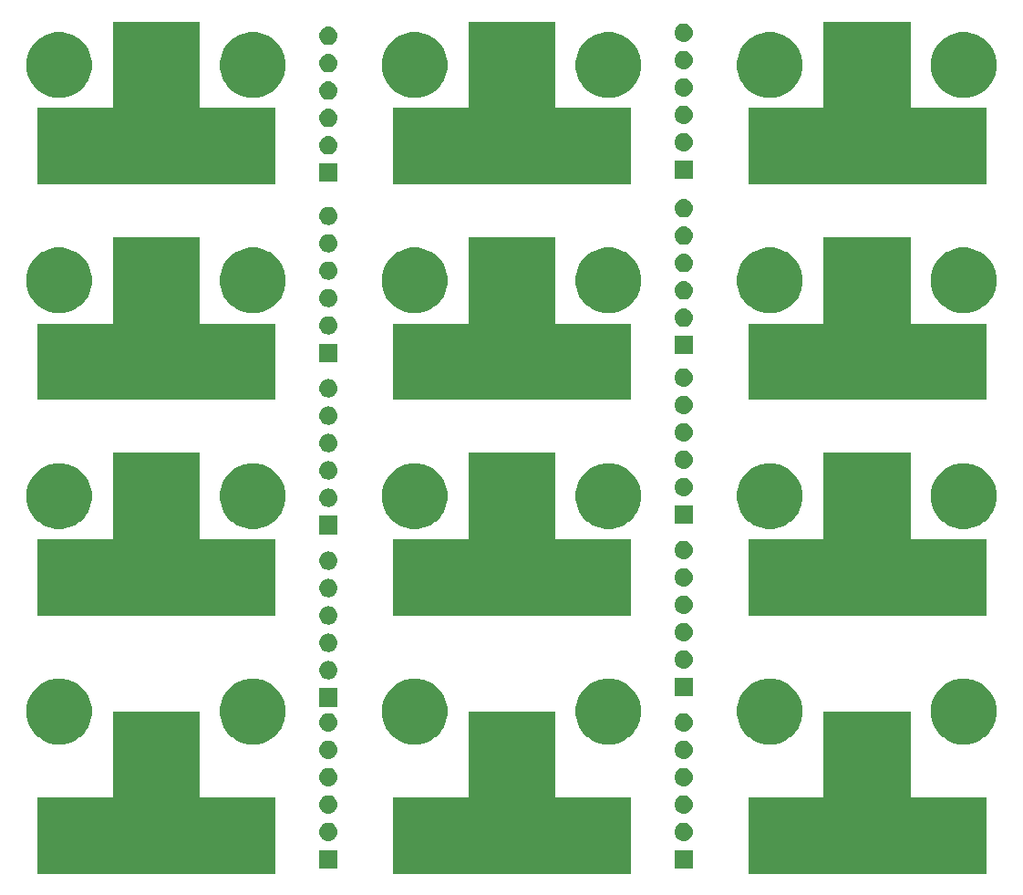
<source format=gbr>
%TF.GenerationSoftware,KiCad,Pcbnew,(5.1.4)-1*%
%TF.CreationDate,2021-02-25T21:00:52+08:00*%
%TF.ProjectId,Coax_fix,436f6178-5f66-4697-982e-6b696361645f,rev?*%
%TF.SameCoordinates,Original*%
%TF.FileFunction,Soldermask,Top*%
%TF.FilePolarity,Negative*%
%FSLAX46Y46*%
G04 Gerber Fmt 4.6, Leading zero omitted, Abs format (unit mm)*
G04 Created by KiCad (PCBNEW (5.1.4)-1) date 2021-02-25 21:00:52*
%MOMM*%
%LPD*%
G04 APERTURE LIST*
%ADD10C,0.100000*%
%ADD11C,0.350000*%
G04 APERTURE END LIST*
D10*
G36*
X63000000Y-108000000D02*
G01*
X70000000Y-108000000D01*
X70000000Y-115000000D01*
X48000000Y-115000000D01*
X48000000Y-108000000D01*
X55000000Y-108000000D01*
X55000000Y-100000000D01*
X63000000Y-100000000D01*
X63000000Y-108000000D01*
G37*
X63000000Y-108000000D02*
X70000000Y-108000000D01*
X70000000Y-115000000D01*
X48000000Y-115000000D01*
X48000000Y-108000000D01*
X55000000Y-108000000D01*
X55000000Y-100000000D01*
X63000000Y-100000000D01*
X63000000Y-108000000D01*
G36*
X96000000Y-108000000D02*
G01*
X103000000Y-108000000D01*
X103000000Y-115000000D01*
X81000000Y-115000000D01*
X81000000Y-108000000D01*
X88000000Y-108000000D01*
X88000000Y-100000000D01*
X96000000Y-100000000D01*
X96000000Y-108000000D01*
G37*
X96000000Y-108000000D02*
X103000000Y-108000000D01*
X103000000Y-115000000D01*
X81000000Y-115000000D01*
X81000000Y-108000000D01*
X88000000Y-108000000D01*
X88000000Y-100000000D01*
X96000000Y-100000000D01*
X96000000Y-108000000D01*
G36*
X129000000Y-108000000D02*
G01*
X136000000Y-108000000D01*
X136000000Y-115000000D01*
X114000000Y-115000000D01*
X114000000Y-108000000D01*
X121000000Y-108000000D01*
X121000000Y-100000000D01*
X129000000Y-100000000D01*
X129000000Y-108000000D01*
G37*
X129000000Y-108000000D02*
X136000000Y-108000000D01*
X136000000Y-115000000D01*
X114000000Y-115000000D01*
X114000000Y-108000000D01*
X121000000Y-108000000D01*
X121000000Y-100000000D01*
X129000000Y-100000000D01*
X129000000Y-108000000D01*
G36*
X129000000Y-84000000D02*
G01*
X136000000Y-84000000D01*
X136000000Y-91000000D01*
X114000000Y-91000000D01*
X114000000Y-84000000D01*
X121000000Y-84000000D01*
X121000000Y-76000000D01*
X129000000Y-76000000D01*
X129000000Y-84000000D01*
G37*
X129000000Y-84000000D02*
X136000000Y-84000000D01*
X136000000Y-91000000D01*
X114000000Y-91000000D01*
X114000000Y-84000000D01*
X121000000Y-84000000D01*
X121000000Y-76000000D01*
X129000000Y-76000000D01*
X129000000Y-84000000D01*
G36*
X96000000Y-84000000D02*
G01*
X103000000Y-84000000D01*
X103000000Y-91000000D01*
X81000000Y-91000000D01*
X81000000Y-84000000D01*
X88000000Y-84000000D01*
X88000000Y-76000000D01*
X96000000Y-76000000D01*
X96000000Y-84000000D01*
G37*
X96000000Y-84000000D02*
X103000000Y-84000000D01*
X103000000Y-91000000D01*
X81000000Y-91000000D01*
X81000000Y-84000000D01*
X88000000Y-84000000D01*
X88000000Y-76000000D01*
X96000000Y-76000000D01*
X96000000Y-84000000D01*
G36*
X63000000Y-84000000D02*
G01*
X70000000Y-84000000D01*
X70000000Y-91000000D01*
X48000000Y-91000000D01*
X48000000Y-84000000D01*
X55000000Y-84000000D01*
X55000000Y-76000000D01*
X63000000Y-76000000D01*
X63000000Y-84000000D01*
G37*
X63000000Y-84000000D02*
X70000000Y-84000000D01*
X70000000Y-91000000D01*
X48000000Y-91000000D01*
X48000000Y-84000000D01*
X55000000Y-84000000D01*
X55000000Y-76000000D01*
X63000000Y-76000000D01*
X63000000Y-84000000D01*
G36*
X63000000Y-64000000D02*
G01*
X70000000Y-64000000D01*
X70000000Y-71000000D01*
X48000000Y-71000000D01*
X48000000Y-64000000D01*
X55000000Y-64000000D01*
X55000000Y-56000000D01*
X63000000Y-56000000D01*
X63000000Y-64000000D01*
G37*
X63000000Y-64000000D02*
X70000000Y-64000000D01*
X70000000Y-71000000D01*
X48000000Y-71000000D01*
X48000000Y-64000000D01*
X55000000Y-64000000D01*
X55000000Y-56000000D01*
X63000000Y-56000000D01*
X63000000Y-64000000D01*
G36*
X96000000Y-64000000D02*
G01*
X103000000Y-64000000D01*
X103000000Y-71000000D01*
X81000000Y-71000000D01*
X81000000Y-64000000D01*
X88000000Y-64000000D01*
X88000000Y-56000000D01*
X96000000Y-56000000D01*
X96000000Y-64000000D01*
G37*
X96000000Y-64000000D02*
X103000000Y-64000000D01*
X103000000Y-71000000D01*
X81000000Y-71000000D01*
X81000000Y-64000000D01*
X88000000Y-64000000D01*
X88000000Y-56000000D01*
X96000000Y-56000000D01*
X96000000Y-64000000D01*
G36*
X129000000Y-64000000D02*
G01*
X136000000Y-64000000D01*
X136000000Y-71000000D01*
X114000000Y-71000000D01*
X114000000Y-64000000D01*
X121000000Y-64000000D01*
X121000000Y-56000000D01*
X129000000Y-56000000D01*
X129000000Y-64000000D01*
G37*
X129000000Y-64000000D02*
X136000000Y-64000000D01*
X136000000Y-71000000D01*
X114000000Y-71000000D01*
X114000000Y-64000000D01*
X121000000Y-64000000D01*
X121000000Y-56000000D01*
X129000000Y-56000000D01*
X129000000Y-64000000D01*
G36*
X129000000Y-44000000D02*
G01*
X136000000Y-44000000D01*
X136000000Y-51000000D01*
X114000000Y-51000000D01*
X114000000Y-44000000D01*
X121000000Y-44000000D01*
X121000000Y-36000000D01*
X129000000Y-36000000D01*
X129000000Y-44000000D01*
G37*
X129000000Y-44000000D02*
X136000000Y-44000000D01*
X136000000Y-51000000D01*
X114000000Y-51000000D01*
X114000000Y-44000000D01*
X121000000Y-44000000D01*
X121000000Y-36000000D01*
X129000000Y-36000000D01*
X129000000Y-44000000D01*
G36*
X96000000Y-44000000D02*
G01*
X103000000Y-44000000D01*
X103000000Y-51000000D01*
X81000000Y-51000000D01*
X81000000Y-44000000D01*
X88000000Y-44000000D01*
X88000000Y-36000000D01*
X96000000Y-36000000D01*
X96000000Y-44000000D01*
G37*
X96000000Y-44000000D02*
X103000000Y-44000000D01*
X103000000Y-51000000D01*
X81000000Y-51000000D01*
X81000000Y-44000000D01*
X88000000Y-44000000D01*
X88000000Y-36000000D01*
X96000000Y-36000000D01*
X96000000Y-44000000D01*
G36*
X63000000Y-44000000D02*
G01*
X70000000Y-44000000D01*
X70000000Y-51000000D01*
X48000000Y-51000000D01*
X48000000Y-44000000D01*
X55000000Y-44000000D01*
X55000000Y-36000000D01*
X63000000Y-36000000D01*
X63000000Y-44000000D01*
G37*
X63000000Y-44000000D02*
X70000000Y-44000000D01*
X70000000Y-51000000D01*
X48000000Y-51000000D01*
X48000000Y-44000000D01*
X55000000Y-44000000D01*
X55000000Y-36000000D01*
X63000000Y-36000000D01*
X63000000Y-44000000D01*
D11*
G36*
X108851000Y-114551000D02*
G01*
X107149000Y-114551000D01*
X107149000Y-112849000D01*
X108851000Y-112849000D01*
X108851000Y-114551000D01*
X108851000Y-114551000D01*
G37*
G36*
X75851000Y-114551000D02*
G01*
X74149000Y-114551000D01*
X74149000Y-112849000D01*
X75851000Y-112849000D01*
X75851000Y-114551000D01*
X75851000Y-114551000D01*
G37*
G36*
X75166823Y-110321313D02*
G01*
X75327242Y-110369976D01*
X75459906Y-110440886D01*
X75475078Y-110448996D01*
X75604659Y-110555341D01*
X75711004Y-110684922D01*
X75711005Y-110684924D01*
X75790024Y-110832758D01*
X75838687Y-110993177D01*
X75855117Y-111160000D01*
X75838687Y-111326823D01*
X75790024Y-111487242D01*
X75719114Y-111619906D01*
X75711004Y-111635078D01*
X75604659Y-111764659D01*
X75475078Y-111871004D01*
X75475076Y-111871005D01*
X75327242Y-111950024D01*
X75166823Y-111998687D01*
X75041804Y-112011000D01*
X74958196Y-112011000D01*
X74833177Y-111998687D01*
X74672758Y-111950024D01*
X74524924Y-111871005D01*
X74524922Y-111871004D01*
X74395341Y-111764659D01*
X74288996Y-111635078D01*
X74280886Y-111619906D01*
X74209976Y-111487242D01*
X74161313Y-111326823D01*
X74144883Y-111160000D01*
X74161313Y-110993177D01*
X74209976Y-110832758D01*
X74288995Y-110684924D01*
X74288996Y-110684922D01*
X74395341Y-110555341D01*
X74524922Y-110448996D01*
X74540094Y-110440886D01*
X74672758Y-110369976D01*
X74833177Y-110321313D01*
X74958196Y-110309000D01*
X75041804Y-110309000D01*
X75166823Y-110321313D01*
X75166823Y-110321313D01*
G37*
G36*
X108166823Y-110321313D02*
G01*
X108327242Y-110369976D01*
X108459906Y-110440886D01*
X108475078Y-110448996D01*
X108604659Y-110555341D01*
X108711004Y-110684922D01*
X108711005Y-110684924D01*
X108790024Y-110832758D01*
X108838687Y-110993177D01*
X108855117Y-111160000D01*
X108838687Y-111326823D01*
X108790024Y-111487242D01*
X108719114Y-111619906D01*
X108711004Y-111635078D01*
X108604659Y-111764659D01*
X108475078Y-111871004D01*
X108475076Y-111871005D01*
X108327242Y-111950024D01*
X108166823Y-111998687D01*
X108041804Y-112011000D01*
X107958196Y-112011000D01*
X107833177Y-111998687D01*
X107672758Y-111950024D01*
X107524924Y-111871005D01*
X107524922Y-111871004D01*
X107395341Y-111764659D01*
X107288996Y-111635078D01*
X107280886Y-111619906D01*
X107209976Y-111487242D01*
X107161313Y-111326823D01*
X107144883Y-111160000D01*
X107161313Y-110993177D01*
X107209976Y-110832758D01*
X107288995Y-110684924D01*
X107288996Y-110684922D01*
X107395341Y-110555341D01*
X107524922Y-110448996D01*
X107540094Y-110440886D01*
X107672758Y-110369976D01*
X107833177Y-110321313D01*
X107958196Y-110309000D01*
X108041804Y-110309000D01*
X108166823Y-110321313D01*
X108166823Y-110321313D01*
G37*
G36*
X108166823Y-107781313D02*
G01*
X108327242Y-107829976D01*
X108459906Y-107900886D01*
X108475078Y-107908996D01*
X108604659Y-108015341D01*
X108711004Y-108144922D01*
X108711005Y-108144924D01*
X108790024Y-108292758D01*
X108838687Y-108453177D01*
X108855117Y-108620000D01*
X108838687Y-108786823D01*
X108790024Y-108947242D01*
X108719114Y-109079906D01*
X108711004Y-109095078D01*
X108604659Y-109224659D01*
X108475078Y-109331004D01*
X108475076Y-109331005D01*
X108327242Y-109410024D01*
X108166823Y-109458687D01*
X108041804Y-109471000D01*
X107958196Y-109471000D01*
X107833177Y-109458687D01*
X107672758Y-109410024D01*
X107524924Y-109331005D01*
X107524922Y-109331004D01*
X107395341Y-109224659D01*
X107288996Y-109095078D01*
X107280886Y-109079906D01*
X107209976Y-108947242D01*
X107161313Y-108786823D01*
X107144883Y-108620000D01*
X107161313Y-108453177D01*
X107209976Y-108292758D01*
X107288995Y-108144924D01*
X107288996Y-108144922D01*
X107395341Y-108015341D01*
X107524922Y-107908996D01*
X107540094Y-107900886D01*
X107672758Y-107829976D01*
X107833177Y-107781313D01*
X107958196Y-107769000D01*
X108041804Y-107769000D01*
X108166823Y-107781313D01*
X108166823Y-107781313D01*
G37*
G36*
X75166823Y-107781313D02*
G01*
X75327242Y-107829976D01*
X75459906Y-107900886D01*
X75475078Y-107908996D01*
X75604659Y-108015341D01*
X75711004Y-108144922D01*
X75711005Y-108144924D01*
X75790024Y-108292758D01*
X75838687Y-108453177D01*
X75855117Y-108620000D01*
X75838687Y-108786823D01*
X75790024Y-108947242D01*
X75719114Y-109079906D01*
X75711004Y-109095078D01*
X75604659Y-109224659D01*
X75475078Y-109331004D01*
X75475076Y-109331005D01*
X75327242Y-109410024D01*
X75166823Y-109458687D01*
X75041804Y-109471000D01*
X74958196Y-109471000D01*
X74833177Y-109458687D01*
X74672758Y-109410024D01*
X74524924Y-109331005D01*
X74524922Y-109331004D01*
X74395341Y-109224659D01*
X74288996Y-109095078D01*
X74280886Y-109079906D01*
X74209976Y-108947242D01*
X74161313Y-108786823D01*
X74144883Y-108620000D01*
X74161313Y-108453177D01*
X74209976Y-108292758D01*
X74288995Y-108144924D01*
X74288996Y-108144922D01*
X74395341Y-108015341D01*
X74524922Y-107908996D01*
X74540094Y-107900886D01*
X74672758Y-107829976D01*
X74833177Y-107781313D01*
X74958196Y-107769000D01*
X75041804Y-107769000D01*
X75166823Y-107781313D01*
X75166823Y-107781313D01*
G37*
G36*
X75166823Y-105241313D02*
G01*
X75327242Y-105289976D01*
X75459906Y-105360886D01*
X75475078Y-105368996D01*
X75604659Y-105475341D01*
X75711004Y-105604922D01*
X75711005Y-105604924D01*
X75790024Y-105752758D01*
X75838687Y-105913177D01*
X75855117Y-106080000D01*
X75838687Y-106246823D01*
X75790024Y-106407242D01*
X75719114Y-106539906D01*
X75711004Y-106555078D01*
X75604659Y-106684659D01*
X75475078Y-106791004D01*
X75475076Y-106791005D01*
X75327242Y-106870024D01*
X75166823Y-106918687D01*
X75041804Y-106931000D01*
X74958196Y-106931000D01*
X74833177Y-106918687D01*
X74672758Y-106870024D01*
X74524924Y-106791005D01*
X74524922Y-106791004D01*
X74395341Y-106684659D01*
X74288996Y-106555078D01*
X74280886Y-106539906D01*
X74209976Y-106407242D01*
X74161313Y-106246823D01*
X74144883Y-106080000D01*
X74161313Y-105913177D01*
X74209976Y-105752758D01*
X74288995Y-105604924D01*
X74288996Y-105604922D01*
X74395341Y-105475341D01*
X74524922Y-105368996D01*
X74540094Y-105360886D01*
X74672758Y-105289976D01*
X74833177Y-105241313D01*
X74958196Y-105229000D01*
X75041804Y-105229000D01*
X75166823Y-105241313D01*
X75166823Y-105241313D01*
G37*
G36*
X108166823Y-105241313D02*
G01*
X108327242Y-105289976D01*
X108459906Y-105360886D01*
X108475078Y-105368996D01*
X108604659Y-105475341D01*
X108711004Y-105604922D01*
X108711005Y-105604924D01*
X108790024Y-105752758D01*
X108838687Y-105913177D01*
X108855117Y-106080000D01*
X108838687Y-106246823D01*
X108790024Y-106407242D01*
X108719114Y-106539906D01*
X108711004Y-106555078D01*
X108604659Y-106684659D01*
X108475078Y-106791004D01*
X108475076Y-106791005D01*
X108327242Y-106870024D01*
X108166823Y-106918687D01*
X108041804Y-106931000D01*
X107958196Y-106931000D01*
X107833177Y-106918687D01*
X107672758Y-106870024D01*
X107524924Y-106791005D01*
X107524922Y-106791004D01*
X107395341Y-106684659D01*
X107288996Y-106555078D01*
X107280886Y-106539906D01*
X107209976Y-106407242D01*
X107161313Y-106246823D01*
X107144883Y-106080000D01*
X107161313Y-105913177D01*
X107209976Y-105752758D01*
X107288995Y-105604924D01*
X107288996Y-105604922D01*
X107395341Y-105475341D01*
X107524922Y-105368996D01*
X107540094Y-105360886D01*
X107672758Y-105289976D01*
X107833177Y-105241313D01*
X107958196Y-105229000D01*
X108041804Y-105229000D01*
X108166823Y-105241313D01*
X108166823Y-105241313D01*
G37*
G36*
X126051000Y-105051000D02*
G01*
X123949000Y-105051000D01*
X123949000Y-102949000D01*
X126051000Y-102949000D01*
X126051000Y-105051000D01*
X126051000Y-105051000D01*
G37*
G36*
X108166823Y-102701313D02*
G01*
X108327242Y-102749976D01*
X108437047Y-102808668D01*
X108475078Y-102828996D01*
X108604659Y-102935341D01*
X108711004Y-103064922D01*
X108711005Y-103064924D01*
X108790024Y-103212758D01*
X108838687Y-103373177D01*
X108855117Y-103540000D01*
X108838687Y-103706823D01*
X108790024Y-103867242D01*
X108719114Y-103999906D01*
X108711004Y-104015078D01*
X108604659Y-104144659D01*
X108475078Y-104251004D01*
X108475076Y-104251005D01*
X108327242Y-104330024D01*
X108166823Y-104378687D01*
X108041804Y-104391000D01*
X107958196Y-104391000D01*
X107833177Y-104378687D01*
X107672758Y-104330024D01*
X107524924Y-104251005D01*
X107524922Y-104251004D01*
X107395341Y-104144659D01*
X107288996Y-104015078D01*
X107280886Y-103999906D01*
X107209976Y-103867242D01*
X107161313Y-103706823D01*
X107144883Y-103540000D01*
X107161313Y-103373177D01*
X107209976Y-103212758D01*
X107288995Y-103064924D01*
X107288996Y-103064922D01*
X107395341Y-102935341D01*
X107524922Y-102828996D01*
X107562953Y-102808668D01*
X107672758Y-102749976D01*
X107833177Y-102701313D01*
X107958196Y-102689000D01*
X108041804Y-102689000D01*
X108166823Y-102701313D01*
X108166823Y-102701313D01*
G37*
G36*
X75166823Y-102701313D02*
G01*
X75327242Y-102749976D01*
X75437047Y-102808668D01*
X75475078Y-102828996D01*
X75604659Y-102935341D01*
X75711004Y-103064922D01*
X75711005Y-103064924D01*
X75790024Y-103212758D01*
X75838687Y-103373177D01*
X75855117Y-103540000D01*
X75838687Y-103706823D01*
X75790024Y-103867242D01*
X75719114Y-103999906D01*
X75711004Y-104015078D01*
X75604659Y-104144659D01*
X75475078Y-104251004D01*
X75475076Y-104251005D01*
X75327242Y-104330024D01*
X75166823Y-104378687D01*
X75041804Y-104391000D01*
X74958196Y-104391000D01*
X74833177Y-104378687D01*
X74672758Y-104330024D01*
X74524924Y-104251005D01*
X74524922Y-104251004D01*
X74395341Y-104144659D01*
X74288996Y-104015078D01*
X74280886Y-103999906D01*
X74209976Y-103867242D01*
X74161313Y-103706823D01*
X74144883Y-103540000D01*
X74161313Y-103373177D01*
X74209976Y-103212758D01*
X74288995Y-103064924D01*
X74288996Y-103064922D01*
X74395341Y-102935341D01*
X74524922Y-102828996D01*
X74562953Y-102808668D01*
X74672758Y-102749976D01*
X74833177Y-102701313D01*
X74958196Y-102689000D01*
X75041804Y-102689000D01*
X75166823Y-102701313D01*
X75166823Y-102701313D01*
G37*
G36*
X60051000Y-104051000D02*
G01*
X57949000Y-104051000D01*
X57949000Y-101949000D01*
X60051000Y-101949000D01*
X60051000Y-104051000D01*
X60051000Y-104051000D01*
G37*
G36*
X93051000Y-104051000D02*
G01*
X90949000Y-104051000D01*
X90949000Y-101949000D01*
X93051000Y-101949000D01*
X93051000Y-104051000D01*
X93051000Y-104051000D01*
G37*
G36*
X68889943Y-97066248D02*
G01*
X69445189Y-97296238D01*
X69617497Y-97411371D01*
X69944899Y-97630134D01*
X70369866Y-98055101D01*
X70369867Y-98055103D01*
X70703762Y-98554811D01*
X70933752Y-99110057D01*
X71051000Y-99699501D01*
X71051000Y-100300499D01*
X70933752Y-100889943D01*
X70703762Y-101445189D01*
X70641872Y-101537814D01*
X70369866Y-101944899D01*
X69944899Y-102369866D01*
X69870736Y-102419420D01*
X69445189Y-102703762D01*
X68889943Y-102933752D01*
X68300499Y-103051000D01*
X67699501Y-103051000D01*
X67110057Y-102933752D01*
X66554811Y-102703762D01*
X66129264Y-102419420D01*
X66055101Y-102369866D01*
X65630134Y-101944899D01*
X65358128Y-101537814D01*
X65296238Y-101445189D01*
X65066248Y-100889943D01*
X64949000Y-100300499D01*
X64949000Y-99699501D01*
X65066248Y-99110057D01*
X65296238Y-98554811D01*
X65630133Y-98055103D01*
X65630134Y-98055101D01*
X66055101Y-97630134D01*
X66382503Y-97411371D01*
X66554811Y-97296238D01*
X67110057Y-97066248D01*
X67699501Y-96949000D01*
X68300499Y-96949000D01*
X68889943Y-97066248D01*
X68889943Y-97066248D01*
G37*
G36*
X50889943Y-97066248D02*
G01*
X51445189Y-97296238D01*
X51617497Y-97411371D01*
X51944899Y-97630134D01*
X52369866Y-98055101D01*
X52369867Y-98055103D01*
X52703762Y-98554811D01*
X52933752Y-99110057D01*
X53051000Y-99699501D01*
X53051000Y-100300499D01*
X52933752Y-100889943D01*
X52703762Y-101445189D01*
X52641872Y-101537814D01*
X52369866Y-101944899D01*
X51944899Y-102369866D01*
X51870736Y-102419420D01*
X51445189Y-102703762D01*
X50889943Y-102933752D01*
X50300499Y-103051000D01*
X49699501Y-103051000D01*
X49110057Y-102933752D01*
X48554811Y-102703762D01*
X48129264Y-102419420D01*
X48055101Y-102369866D01*
X47630134Y-101944899D01*
X47358128Y-101537814D01*
X47296238Y-101445189D01*
X47066248Y-100889943D01*
X46949000Y-100300499D01*
X46949000Y-99699501D01*
X47066248Y-99110057D01*
X47296238Y-98554811D01*
X47630133Y-98055103D01*
X47630134Y-98055101D01*
X48055101Y-97630134D01*
X48382503Y-97411371D01*
X48554811Y-97296238D01*
X49110057Y-97066248D01*
X49699501Y-96949000D01*
X50300499Y-96949000D01*
X50889943Y-97066248D01*
X50889943Y-97066248D01*
G37*
G36*
X116889943Y-97066248D02*
G01*
X117445189Y-97296238D01*
X117617497Y-97411371D01*
X117944899Y-97630134D01*
X118369866Y-98055101D01*
X118369867Y-98055103D01*
X118703762Y-98554811D01*
X118933752Y-99110057D01*
X119051000Y-99699501D01*
X119051000Y-100300499D01*
X118933752Y-100889943D01*
X118703762Y-101445189D01*
X118641872Y-101537814D01*
X118369866Y-101944899D01*
X117944899Y-102369866D01*
X117870736Y-102419420D01*
X117445189Y-102703762D01*
X116889943Y-102933752D01*
X116300499Y-103051000D01*
X115699501Y-103051000D01*
X115110057Y-102933752D01*
X114554811Y-102703762D01*
X114129264Y-102419420D01*
X114055101Y-102369866D01*
X113630134Y-101944899D01*
X113358128Y-101537814D01*
X113296238Y-101445189D01*
X113066248Y-100889943D01*
X112949000Y-100300499D01*
X112949000Y-99699501D01*
X113066248Y-99110057D01*
X113296238Y-98554811D01*
X113630133Y-98055103D01*
X113630134Y-98055101D01*
X114055101Y-97630134D01*
X114382503Y-97411371D01*
X114554811Y-97296238D01*
X115110057Y-97066248D01*
X115699501Y-96949000D01*
X116300499Y-96949000D01*
X116889943Y-97066248D01*
X116889943Y-97066248D01*
G37*
G36*
X134889943Y-97066248D02*
G01*
X135445189Y-97296238D01*
X135617497Y-97411371D01*
X135944899Y-97630134D01*
X136369866Y-98055101D01*
X136369867Y-98055103D01*
X136703762Y-98554811D01*
X136933752Y-99110057D01*
X137051000Y-99699501D01*
X137051000Y-100300499D01*
X136933752Y-100889943D01*
X136703762Y-101445189D01*
X136641872Y-101537814D01*
X136369866Y-101944899D01*
X135944899Y-102369866D01*
X135870736Y-102419420D01*
X135445189Y-102703762D01*
X134889943Y-102933752D01*
X134300499Y-103051000D01*
X133699501Y-103051000D01*
X133110057Y-102933752D01*
X132554811Y-102703762D01*
X132129264Y-102419420D01*
X132055101Y-102369866D01*
X131630134Y-101944899D01*
X131358128Y-101537814D01*
X131296238Y-101445189D01*
X131066248Y-100889943D01*
X130949000Y-100300499D01*
X130949000Y-99699501D01*
X131066248Y-99110057D01*
X131296238Y-98554811D01*
X131630133Y-98055103D01*
X131630134Y-98055101D01*
X132055101Y-97630134D01*
X132382503Y-97411371D01*
X132554811Y-97296238D01*
X133110057Y-97066248D01*
X133699501Y-96949000D01*
X134300499Y-96949000D01*
X134889943Y-97066248D01*
X134889943Y-97066248D01*
G37*
G36*
X83889943Y-97066248D02*
G01*
X84445189Y-97296238D01*
X84617497Y-97411371D01*
X84944899Y-97630134D01*
X85369866Y-98055101D01*
X85369867Y-98055103D01*
X85703762Y-98554811D01*
X85933752Y-99110057D01*
X86051000Y-99699501D01*
X86051000Y-100300499D01*
X85933752Y-100889943D01*
X85703762Y-101445189D01*
X85641872Y-101537814D01*
X85369866Y-101944899D01*
X84944899Y-102369866D01*
X84870736Y-102419420D01*
X84445189Y-102703762D01*
X83889943Y-102933752D01*
X83300499Y-103051000D01*
X82699501Y-103051000D01*
X82110057Y-102933752D01*
X81554811Y-102703762D01*
X81129264Y-102419420D01*
X81055101Y-102369866D01*
X80630134Y-101944899D01*
X80358128Y-101537814D01*
X80296238Y-101445189D01*
X80066248Y-100889943D01*
X79949000Y-100300499D01*
X79949000Y-99699501D01*
X80066248Y-99110057D01*
X80296238Y-98554811D01*
X80630133Y-98055103D01*
X80630134Y-98055101D01*
X81055101Y-97630134D01*
X81382503Y-97411371D01*
X81554811Y-97296238D01*
X82110057Y-97066248D01*
X82699501Y-96949000D01*
X83300499Y-96949000D01*
X83889943Y-97066248D01*
X83889943Y-97066248D01*
G37*
G36*
X101889943Y-97066248D02*
G01*
X102445189Y-97296238D01*
X102617497Y-97411371D01*
X102944899Y-97630134D01*
X103369866Y-98055101D01*
X103369867Y-98055103D01*
X103703762Y-98554811D01*
X103933752Y-99110057D01*
X104051000Y-99699501D01*
X104051000Y-100300499D01*
X103933752Y-100889943D01*
X103703762Y-101445189D01*
X103641872Y-101537814D01*
X103369866Y-101944899D01*
X102944899Y-102369866D01*
X102870736Y-102419420D01*
X102445189Y-102703762D01*
X101889943Y-102933752D01*
X101300499Y-103051000D01*
X100699501Y-103051000D01*
X100110057Y-102933752D01*
X99554811Y-102703762D01*
X99129264Y-102419420D01*
X99055101Y-102369866D01*
X98630134Y-101944899D01*
X98358128Y-101537814D01*
X98296238Y-101445189D01*
X98066248Y-100889943D01*
X97949000Y-100300499D01*
X97949000Y-99699501D01*
X98066248Y-99110057D01*
X98296238Y-98554811D01*
X98630133Y-98055103D01*
X98630134Y-98055101D01*
X99055101Y-97630134D01*
X99382503Y-97411371D01*
X99554811Y-97296238D01*
X100110057Y-97066248D01*
X100699501Y-96949000D01*
X101300499Y-96949000D01*
X101889943Y-97066248D01*
X101889943Y-97066248D01*
G37*
G36*
X108166823Y-100161313D02*
G01*
X108327242Y-100209976D01*
X108459906Y-100280886D01*
X108475078Y-100288996D01*
X108604659Y-100395341D01*
X108711004Y-100524922D01*
X108711005Y-100524924D01*
X108790024Y-100672758D01*
X108838687Y-100833177D01*
X108855117Y-101000000D01*
X108838687Y-101166823D01*
X108790024Y-101327242D01*
X108726980Y-101445189D01*
X108711004Y-101475078D01*
X108604659Y-101604659D01*
X108475078Y-101711004D01*
X108475076Y-101711005D01*
X108327242Y-101790024D01*
X108166823Y-101838687D01*
X108041804Y-101851000D01*
X107958196Y-101851000D01*
X107833177Y-101838687D01*
X107672758Y-101790024D01*
X107524924Y-101711005D01*
X107524922Y-101711004D01*
X107395341Y-101604659D01*
X107288996Y-101475078D01*
X107273020Y-101445189D01*
X107209976Y-101327242D01*
X107161313Y-101166823D01*
X107144883Y-101000000D01*
X107161313Y-100833177D01*
X107209976Y-100672758D01*
X107288995Y-100524924D01*
X107288996Y-100524922D01*
X107395341Y-100395341D01*
X107524922Y-100288996D01*
X107540094Y-100280886D01*
X107672758Y-100209976D01*
X107833177Y-100161313D01*
X107958196Y-100149000D01*
X108041804Y-100149000D01*
X108166823Y-100161313D01*
X108166823Y-100161313D01*
G37*
G36*
X75166823Y-100161313D02*
G01*
X75327242Y-100209976D01*
X75459906Y-100280886D01*
X75475078Y-100288996D01*
X75604659Y-100395341D01*
X75711004Y-100524922D01*
X75711005Y-100524924D01*
X75790024Y-100672758D01*
X75838687Y-100833177D01*
X75855117Y-101000000D01*
X75838687Y-101166823D01*
X75790024Y-101327242D01*
X75726980Y-101445189D01*
X75711004Y-101475078D01*
X75604659Y-101604659D01*
X75475078Y-101711004D01*
X75475076Y-101711005D01*
X75327242Y-101790024D01*
X75166823Y-101838687D01*
X75041804Y-101851000D01*
X74958196Y-101851000D01*
X74833177Y-101838687D01*
X74672758Y-101790024D01*
X74524924Y-101711005D01*
X74524922Y-101711004D01*
X74395341Y-101604659D01*
X74288996Y-101475078D01*
X74273020Y-101445189D01*
X74209976Y-101327242D01*
X74161313Y-101166823D01*
X74144883Y-101000000D01*
X74161313Y-100833177D01*
X74209976Y-100672758D01*
X74288995Y-100524924D01*
X74288996Y-100524922D01*
X74395341Y-100395341D01*
X74524922Y-100288996D01*
X74540094Y-100280886D01*
X74672758Y-100209976D01*
X74833177Y-100161313D01*
X74958196Y-100149000D01*
X75041804Y-100149000D01*
X75166823Y-100161313D01*
X75166823Y-100161313D01*
G37*
G36*
X75851000Y-99551000D02*
G01*
X74149000Y-99551000D01*
X74149000Y-97849000D01*
X75851000Y-97849000D01*
X75851000Y-99551000D01*
X75851000Y-99551000D01*
G37*
G36*
X108851000Y-98551000D02*
G01*
X107149000Y-98551000D01*
X107149000Y-96849000D01*
X108851000Y-96849000D01*
X108851000Y-98551000D01*
X108851000Y-98551000D01*
G37*
G36*
X75166823Y-95321313D02*
G01*
X75327242Y-95369976D01*
X75459906Y-95440886D01*
X75475078Y-95448996D01*
X75604659Y-95555341D01*
X75711004Y-95684922D01*
X75711005Y-95684924D01*
X75790024Y-95832758D01*
X75838687Y-95993177D01*
X75855117Y-96160000D01*
X75838687Y-96326823D01*
X75790024Y-96487242D01*
X75719114Y-96619906D01*
X75711004Y-96635078D01*
X75604659Y-96764659D01*
X75475078Y-96871004D01*
X75475076Y-96871005D01*
X75327242Y-96950024D01*
X75166823Y-96998687D01*
X75041804Y-97011000D01*
X74958196Y-97011000D01*
X74833177Y-96998687D01*
X74672758Y-96950024D01*
X74524924Y-96871005D01*
X74524922Y-96871004D01*
X74395341Y-96764659D01*
X74288996Y-96635078D01*
X74280886Y-96619906D01*
X74209976Y-96487242D01*
X74161313Y-96326823D01*
X74144883Y-96160000D01*
X74161313Y-95993177D01*
X74209976Y-95832758D01*
X74288995Y-95684924D01*
X74288996Y-95684922D01*
X74395341Y-95555341D01*
X74524922Y-95448996D01*
X74540094Y-95440886D01*
X74672758Y-95369976D01*
X74833177Y-95321313D01*
X74958196Y-95309000D01*
X75041804Y-95309000D01*
X75166823Y-95321313D01*
X75166823Y-95321313D01*
G37*
G36*
X108166823Y-94321313D02*
G01*
X108327242Y-94369976D01*
X108402166Y-94410024D01*
X108475078Y-94448996D01*
X108604659Y-94555341D01*
X108711004Y-94684922D01*
X108711005Y-94684924D01*
X108790024Y-94832758D01*
X108838687Y-94993177D01*
X108855117Y-95160000D01*
X108838687Y-95326823D01*
X108790024Y-95487242D01*
X108753624Y-95555341D01*
X108711004Y-95635078D01*
X108604659Y-95764659D01*
X108475078Y-95871004D01*
X108475076Y-95871005D01*
X108327242Y-95950024D01*
X108166823Y-95998687D01*
X108041804Y-96011000D01*
X107958196Y-96011000D01*
X107833177Y-95998687D01*
X107672758Y-95950024D01*
X107524924Y-95871005D01*
X107524922Y-95871004D01*
X107395341Y-95764659D01*
X107288996Y-95635078D01*
X107246376Y-95555341D01*
X107209976Y-95487242D01*
X107161313Y-95326823D01*
X107144883Y-95160000D01*
X107161313Y-94993177D01*
X107209976Y-94832758D01*
X107288995Y-94684924D01*
X107288996Y-94684922D01*
X107395341Y-94555341D01*
X107524922Y-94448996D01*
X107597834Y-94410024D01*
X107672758Y-94369976D01*
X107833177Y-94321313D01*
X107958196Y-94309000D01*
X108041804Y-94309000D01*
X108166823Y-94321313D01*
X108166823Y-94321313D01*
G37*
G36*
X75166823Y-92781313D02*
G01*
X75327242Y-92829976D01*
X75459906Y-92900886D01*
X75475078Y-92908996D01*
X75604659Y-93015341D01*
X75711004Y-93144922D01*
X75711005Y-93144924D01*
X75790024Y-93292758D01*
X75838687Y-93453177D01*
X75855117Y-93620000D01*
X75838687Y-93786823D01*
X75790024Y-93947242D01*
X75719114Y-94079906D01*
X75711004Y-94095078D01*
X75604659Y-94224659D01*
X75475078Y-94331004D01*
X75475076Y-94331005D01*
X75327242Y-94410024D01*
X75166823Y-94458687D01*
X75041804Y-94471000D01*
X74958196Y-94471000D01*
X74833177Y-94458687D01*
X74672758Y-94410024D01*
X74524924Y-94331005D01*
X74524922Y-94331004D01*
X74395341Y-94224659D01*
X74288996Y-94095078D01*
X74280886Y-94079906D01*
X74209976Y-93947242D01*
X74161313Y-93786823D01*
X74144883Y-93620000D01*
X74161313Y-93453177D01*
X74209976Y-93292758D01*
X74288995Y-93144924D01*
X74288996Y-93144922D01*
X74395341Y-93015341D01*
X74524922Y-92908996D01*
X74540094Y-92900886D01*
X74672758Y-92829976D01*
X74833177Y-92781313D01*
X74958196Y-92769000D01*
X75041804Y-92769000D01*
X75166823Y-92781313D01*
X75166823Y-92781313D01*
G37*
G36*
X108166823Y-91781313D02*
G01*
X108327242Y-91829976D01*
X108402166Y-91870024D01*
X108475078Y-91908996D01*
X108604659Y-92015341D01*
X108711004Y-92144922D01*
X108711005Y-92144924D01*
X108790024Y-92292758D01*
X108838687Y-92453177D01*
X108855117Y-92620000D01*
X108838687Y-92786823D01*
X108790024Y-92947242D01*
X108753624Y-93015341D01*
X108711004Y-93095078D01*
X108604659Y-93224659D01*
X108475078Y-93331004D01*
X108475076Y-93331005D01*
X108327242Y-93410024D01*
X108166823Y-93458687D01*
X108041804Y-93471000D01*
X107958196Y-93471000D01*
X107833177Y-93458687D01*
X107672758Y-93410024D01*
X107524924Y-93331005D01*
X107524922Y-93331004D01*
X107395341Y-93224659D01*
X107288996Y-93095078D01*
X107246376Y-93015341D01*
X107209976Y-92947242D01*
X107161313Y-92786823D01*
X107144883Y-92620000D01*
X107161313Y-92453177D01*
X107209976Y-92292758D01*
X107288995Y-92144924D01*
X107288996Y-92144922D01*
X107395341Y-92015341D01*
X107524922Y-91908996D01*
X107597834Y-91870024D01*
X107672758Y-91829976D01*
X107833177Y-91781313D01*
X107958196Y-91769000D01*
X108041804Y-91769000D01*
X108166823Y-91781313D01*
X108166823Y-91781313D01*
G37*
G36*
X75166823Y-90241313D02*
G01*
X75327242Y-90289976D01*
X75459906Y-90360886D01*
X75475078Y-90368996D01*
X75604659Y-90475341D01*
X75711004Y-90604922D01*
X75711005Y-90604924D01*
X75790024Y-90752758D01*
X75838687Y-90913177D01*
X75855117Y-91080000D01*
X75838687Y-91246823D01*
X75790024Y-91407242D01*
X75719114Y-91539906D01*
X75711004Y-91555078D01*
X75604659Y-91684659D01*
X75475078Y-91791004D01*
X75475076Y-91791005D01*
X75327242Y-91870024D01*
X75166823Y-91918687D01*
X75041804Y-91931000D01*
X74958196Y-91931000D01*
X74833177Y-91918687D01*
X74672758Y-91870024D01*
X74524924Y-91791005D01*
X74524922Y-91791004D01*
X74395341Y-91684659D01*
X74288996Y-91555078D01*
X74280886Y-91539906D01*
X74209976Y-91407242D01*
X74161313Y-91246823D01*
X74144883Y-91080000D01*
X74161313Y-90913177D01*
X74209976Y-90752758D01*
X74288995Y-90604924D01*
X74288996Y-90604922D01*
X74395341Y-90475341D01*
X74524922Y-90368996D01*
X74540094Y-90360886D01*
X74672758Y-90289976D01*
X74833177Y-90241313D01*
X74958196Y-90229000D01*
X75041804Y-90229000D01*
X75166823Y-90241313D01*
X75166823Y-90241313D01*
G37*
G36*
X108166823Y-89241313D02*
G01*
X108327242Y-89289976D01*
X108402166Y-89330024D01*
X108475078Y-89368996D01*
X108604659Y-89475341D01*
X108711004Y-89604922D01*
X108711005Y-89604924D01*
X108790024Y-89752758D01*
X108838687Y-89913177D01*
X108855117Y-90080000D01*
X108838687Y-90246823D01*
X108790024Y-90407242D01*
X108753624Y-90475341D01*
X108711004Y-90555078D01*
X108604659Y-90684659D01*
X108475078Y-90791004D01*
X108475076Y-90791005D01*
X108327242Y-90870024D01*
X108166823Y-90918687D01*
X108041804Y-90931000D01*
X107958196Y-90931000D01*
X107833177Y-90918687D01*
X107672758Y-90870024D01*
X107524924Y-90791005D01*
X107524922Y-90791004D01*
X107395341Y-90684659D01*
X107288996Y-90555078D01*
X107246376Y-90475341D01*
X107209976Y-90407242D01*
X107161313Y-90246823D01*
X107144883Y-90080000D01*
X107161313Y-89913177D01*
X107209976Y-89752758D01*
X107288995Y-89604924D01*
X107288996Y-89604922D01*
X107395341Y-89475341D01*
X107524922Y-89368996D01*
X107597834Y-89330024D01*
X107672758Y-89289976D01*
X107833177Y-89241313D01*
X107958196Y-89229000D01*
X108041804Y-89229000D01*
X108166823Y-89241313D01*
X108166823Y-89241313D01*
G37*
G36*
X125103097Y-87954069D02*
G01*
X125206032Y-87964207D01*
X125404146Y-88024305D01*
X125404149Y-88024306D01*
X125500975Y-88076061D01*
X125586729Y-88121897D01*
X125746765Y-88253235D01*
X125878103Y-88413271D01*
X125923939Y-88499025D01*
X125975694Y-88595851D01*
X125975695Y-88595854D01*
X126035793Y-88793968D01*
X126056085Y-89000000D01*
X126035793Y-89206032D01*
X125986358Y-89368995D01*
X125975694Y-89404149D01*
X125937641Y-89475341D01*
X125878103Y-89586729D01*
X125746765Y-89746765D01*
X125586729Y-89878103D01*
X125500975Y-89923939D01*
X125404149Y-89975694D01*
X125404146Y-89975695D01*
X125206032Y-90035793D01*
X125103097Y-90045931D01*
X125051631Y-90051000D01*
X124948369Y-90051000D01*
X124896903Y-90045931D01*
X124793968Y-90035793D01*
X124595854Y-89975695D01*
X124595851Y-89975694D01*
X124499025Y-89923939D01*
X124413271Y-89878103D01*
X124253235Y-89746765D01*
X124121897Y-89586729D01*
X124062359Y-89475341D01*
X124024306Y-89404149D01*
X124013642Y-89368995D01*
X123964207Y-89206032D01*
X123943915Y-89000000D01*
X123964207Y-88793968D01*
X124024305Y-88595854D01*
X124024306Y-88595851D01*
X124076061Y-88499025D01*
X124121897Y-88413271D01*
X124253235Y-88253235D01*
X124413271Y-88121897D01*
X124499025Y-88076061D01*
X124595851Y-88024306D01*
X124595854Y-88024305D01*
X124793968Y-87964207D01*
X124896903Y-87954069D01*
X124948369Y-87949000D01*
X125051631Y-87949000D01*
X125103097Y-87954069D01*
X125103097Y-87954069D01*
G37*
G36*
X75166823Y-87701313D02*
G01*
X75327242Y-87749976D01*
X75459906Y-87820886D01*
X75475078Y-87828996D01*
X75604659Y-87935341D01*
X75711004Y-88064922D01*
X75711005Y-88064924D01*
X75790024Y-88212758D01*
X75838687Y-88373177D01*
X75855117Y-88540000D01*
X75838687Y-88706823D01*
X75790024Y-88867242D01*
X75719114Y-88999906D01*
X75711004Y-89015078D01*
X75604659Y-89144659D01*
X75475078Y-89251004D01*
X75475076Y-89251005D01*
X75327242Y-89330024D01*
X75166823Y-89378687D01*
X75041804Y-89391000D01*
X74958196Y-89391000D01*
X74833177Y-89378687D01*
X74672758Y-89330024D01*
X74524924Y-89251005D01*
X74524922Y-89251004D01*
X74395341Y-89144659D01*
X74288996Y-89015078D01*
X74280886Y-88999906D01*
X74209976Y-88867242D01*
X74161313Y-88706823D01*
X74144883Y-88540000D01*
X74161313Y-88373177D01*
X74209976Y-88212758D01*
X74288995Y-88064924D01*
X74288996Y-88064922D01*
X74395341Y-87935341D01*
X74524922Y-87828996D01*
X74540094Y-87820886D01*
X74672758Y-87749976D01*
X74833177Y-87701313D01*
X74958196Y-87689000D01*
X75041804Y-87689000D01*
X75166823Y-87701313D01*
X75166823Y-87701313D01*
G37*
G36*
X59103097Y-86954069D02*
G01*
X59206032Y-86964207D01*
X59404146Y-87024305D01*
X59404149Y-87024306D01*
X59500975Y-87076061D01*
X59586729Y-87121897D01*
X59746765Y-87253235D01*
X59878103Y-87413271D01*
X59923939Y-87499025D01*
X59975694Y-87595851D01*
X59975695Y-87595854D01*
X60035793Y-87793968D01*
X60056085Y-88000000D01*
X60035793Y-88206032D01*
X59985090Y-88373175D01*
X59975694Y-88404149D01*
X59923939Y-88500975D01*
X59878103Y-88586729D01*
X59746765Y-88746765D01*
X59586729Y-88878103D01*
X59500975Y-88923939D01*
X59404149Y-88975694D01*
X59404146Y-88975695D01*
X59206032Y-89035793D01*
X59103097Y-89045931D01*
X59051631Y-89051000D01*
X58948369Y-89051000D01*
X58896903Y-89045931D01*
X58793968Y-89035793D01*
X58595854Y-88975695D01*
X58595851Y-88975694D01*
X58499025Y-88923939D01*
X58413271Y-88878103D01*
X58253235Y-88746765D01*
X58121897Y-88586729D01*
X58076061Y-88500975D01*
X58024306Y-88404149D01*
X58014910Y-88373175D01*
X57964207Y-88206032D01*
X57943915Y-88000000D01*
X57964207Y-87793968D01*
X58024305Y-87595854D01*
X58024306Y-87595851D01*
X58076061Y-87499025D01*
X58121897Y-87413271D01*
X58253235Y-87253235D01*
X58413271Y-87121897D01*
X58499025Y-87076061D01*
X58595851Y-87024306D01*
X58595854Y-87024305D01*
X58793968Y-86964207D01*
X58896903Y-86954069D01*
X58948369Y-86949000D01*
X59051631Y-86949000D01*
X59103097Y-86954069D01*
X59103097Y-86954069D01*
G37*
G36*
X92103097Y-86954069D02*
G01*
X92206032Y-86964207D01*
X92404146Y-87024305D01*
X92404149Y-87024306D01*
X92500975Y-87076061D01*
X92586729Y-87121897D01*
X92746765Y-87253235D01*
X92878103Y-87413271D01*
X92923939Y-87499025D01*
X92975694Y-87595851D01*
X92975695Y-87595854D01*
X93035793Y-87793968D01*
X93056085Y-88000000D01*
X93035793Y-88206032D01*
X92985090Y-88373175D01*
X92975694Y-88404149D01*
X92923939Y-88500975D01*
X92878103Y-88586729D01*
X92746765Y-88746765D01*
X92586729Y-88878103D01*
X92500975Y-88923939D01*
X92404149Y-88975694D01*
X92404146Y-88975695D01*
X92206032Y-89035793D01*
X92103097Y-89045931D01*
X92051631Y-89051000D01*
X91948369Y-89051000D01*
X91896903Y-89045931D01*
X91793968Y-89035793D01*
X91595854Y-88975695D01*
X91595851Y-88975694D01*
X91499025Y-88923939D01*
X91413271Y-88878103D01*
X91253235Y-88746765D01*
X91121897Y-88586729D01*
X91076061Y-88500975D01*
X91024306Y-88404149D01*
X91014910Y-88373175D01*
X90964207Y-88206032D01*
X90943915Y-88000000D01*
X90964207Y-87793968D01*
X91024305Y-87595854D01*
X91024306Y-87595851D01*
X91076061Y-87499025D01*
X91121897Y-87413271D01*
X91253235Y-87253235D01*
X91413271Y-87121897D01*
X91499025Y-87076061D01*
X91595851Y-87024306D01*
X91595854Y-87024305D01*
X91793968Y-86964207D01*
X91896903Y-86954069D01*
X91948369Y-86949000D01*
X92051631Y-86949000D01*
X92103097Y-86954069D01*
X92103097Y-86954069D01*
G37*
G36*
X108166823Y-86701313D02*
G01*
X108327242Y-86749976D01*
X108402166Y-86790024D01*
X108475078Y-86828996D01*
X108604659Y-86935341D01*
X108711004Y-87064922D01*
X108711005Y-87064924D01*
X108790024Y-87212758D01*
X108838687Y-87373177D01*
X108855117Y-87540000D01*
X108838687Y-87706823D01*
X108790024Y-87867242D01*
X108753624Y-87935341D01*
X108711004Y-88015078D01*
X108604659Y-88144659D01*
X108475078Y-88251004D01*
X108475076Y-88251005D01*
X108327242Y-88330024D01*
X108166823Y-88378687D01*
X108041804Y-88391000D01*
X107958196Y-88391000D01*
X107833177Y-88378687D01*
X107672758Y-88330024D01*
X107524924Y-88251005D01*
X107524922Y-88251004D01*
X107395341Y-88144659D01*
X107288996Y-88015078D01*
X107246376Y-87935341D01*
X107209976Y-87867242D01*
X107161313Y-87706823D01*
X107144883Y-87540000D01*
X107161313Y-87373177D01*
X107209976Y-87212758D01*
X107288995Y-87064924D01*
X107288996Y-87064922D01*
X107395341Y-86935341D01*
X107524922Y-86828996D01*
X107597834Y-86790024D01*
X107672758Y-86749976D01*
X107833177Y-86701313D01*
X107958196Y-86689000D01*
X108041804Y-86689000D01*
X108166823Y-86701313D01*
X108166823Y-86701313D01*
G37*
G36*
X75166823Y-85161313D02*
G01*
X75327242Y-85209976D01*
X75459906Y-85280886D01*
X75475078Y-85288996D01*
X75604659Y-85395341D01*
X75711004Y-85524922D01*
X75711005Y-85524924D01*
X75790024Y-85672758D01*
X75838687Y-85833177D01*
X75855117Y-86000000D01*
X75838687Y-86166823D01*
X75790024Y-86327242D01*
X75719114Y-86459906D01*
X75711004Y-86475078D01*
X75604659Y-86604659D01*
X75475078Y-86711004D01*
X75475076Y-86711005D01*
X75327242Y-86790024D01*
X75166823Y-86838687D01*
X75041804Y-86851000D01*
X74958196Y-86851000D01*
X74833177Y-86838687D01*
X74672758Y-86790024D01*
X74524924Y-86711005D01*
X74524922Y-86711004D01*
X74395341Y-86604659D01*
X74288996Y-86475078D01*
X74280886Y-86459906D01*
X74209976Y-86327242D01*
X74161313Y-86166823D01*
X74144883Y-86000000D01*
X74161313Y-85833177D01*
X74209976Y-85672758D01*
X74288995Y-85524924D01*
X74288996Y-85524922D01*
X74395341Y-85395341D01*
X74524922Y-85288996D01*
X74540094Y-85280886D01*
X74672758Y-85209976D01*
X74833177Y-85161313D01*
X74958196Y-85149000D01*
X75041804Y-85149000D01*
X75166823Y-85161313D01*
X75166823Y-85161313D01*
G37*
G36*
X108166823Y-84161313D02*
G01*
X108327242Y-84209976D01*
X108459906Y-84280886D01*
X108475078Y-84288996D01*
X108604659Y-84395341D01*
X108711004Y-84524922D01*
X108711005Y-84524924D01*
X108790024Y-84672758D01*
X108838687Y-84833177D01*
X108855117Y-85000000D01*
X108838687Y-85166823D01*
X108790024Y-85327242D01*
X108753624Y-85395341D01*
X108711004Y-85475078D01*
X108604659Y-85604659D01*
X108475078Y-85711004D01*
X108475076Y-85711005D01*
X108327242Y-85790024D01*
X108166823Y-85838687D01*
X108041804Y-85851000D01*
X107958196Y-85851000D01*
X107833177Y-85838687D01*
X107672758Y-85790024D01*
X107524924Y-85711005D01*
X107524922Y-85711004D01*
X107395341Y-85604659D01*
X107288996Y-85475078D01*
X107246376Y-85395341D01*
X107209976Y-85327242D01*
X107161313Y-85166823D01*
X107144883Y-85000000D01*
X107161313Y-84833177D01*
X107209976Y-84672758D01*
X107288995Y-84524924D01*
X107288996Y-84524922D01*
X107395341Y-84395341D01*
X107524922Y-84288996D01*
X107540094Y-84280886D01*
X107672758Y-84209976D01*
X107833177Y-84161313D01*
X107958196Y-84149000D01*
X108041804Y-84149000D01*
X108166823Y-84161313D01*
X108166823Y-84161313D01*
G37*
G36*
X60051000Y-84051000D02*
G01*
X57949000Y-84051000D01*
X57949000Y-81949000D01*
X60051000Y-81949000D01*
X60051000Y-84051000D01*
X60051000Y-84051000D01*
G37*
G36*
X93051000Y-84051000D02*
G01*
X90949000Y-84051000D01*
X90949000Y-81949000D01*
X93051000Y-81949000D01*
X93051000Y-84051000D01*
X93051000Y-84051000D01*
G37*
G36*
X126051000Y-84051000D02*
G01*
X123949000Y-84051000D01*
X123949000Y-81949000D01*
X126051000Y-81949000D01*
X126051000Y-84051000D01*
X126051000Y-84051000D01*
G37*
G36*
X75851000Y-83551000D02*
G01*
X74149000Y-83551000D01*
X74149000Y-81849000D01*
X75851000Y-81849000D01*
X75851000Y-83551000D01*
X75851000Y-83551000D01*
G37*
G36*
X83889943Y-77066248D02*
G01*
X84445189Y-77296238D01*
X84615481Y-77410024D01*
X84944899Y-77630134D01*
X85369866Y-78055101D01*
X85369867Y-78055103D01*
X85703762Y-78554811D01*
X85933752Y-79110057D01*
X86051000Y-79699501D01*
X86051000Y-80300499D01*
X85933752Y-80889943D01*
X85703762Y-81445189D01*
X85641872Y-81537814D01*
X85369866Y-81944899D01*
X84944899Y-82369866D01*
X84870736Y-82419420D01*
X84445189Y-82703762D01*
X83889943Y-82933752D01*
X83300499Y-83051000D01*
X82699501Y-83051000D01*
X82110057Y-82933752D01*
X81554811Y-82703762D01*
X81129264Y-82419420D01*
X81055101Y-82369866D01*
X80630134Y-81944899D01*
X80358128Y-81537814D01*
X80296238Y-81445189D01*
X80066248Y-80889943D01*
X79949000Y-80300499D01*
X79949000Y-79699501D01*
X80066248Y-79110057D01*
X80296238Y-78554811D01*
X80630133Y-78055103D01*
X80630134Y-78055101D01*
X81055101Y-77630134D01*
X81384519Y-77410024D01*
X81554811Y-77296238D01*
X82110057Y-77066248D01*
X82699501Y-76949000D01*
X83300499Y-76949000D01*
X83889943Y-77066248D01*
X83889943Y-77066248D01*
G37*
G36*
X116889943Y-77066248D02*
G01*
X117445189Y-77296238D01*
X117615481Y-77410024D01*
X117944899Y-77630134D01*
X118369866Y-78055101D01*
X118369867Y-78055103D01*
X118703762Y-78554811D01*
X118933752Y-79110057D01*
X119051000Y-79699501D01*
X119051000Y-80300499D01*
X118933752Y-80889943D01*
X118703762Y-81445189D01*
X118641872Y-81537814D01*
X118369866Y-81944899D01*
X117944899Y-82369866D01*
X117870736Y-82419420D01*
X117445189Y-82703762D01*
X116889943Y-82933752D01*
X116300499Y-83051000D01*
X115699501Y-83051000D01*
X115110057Y-82933752D01*
X114554811Y-82703762D01*
X114129264Y-82419420D01*
X114055101Y-82369866D01*
X113630134Y-81944899D01*
X113358128Y-81537814D01*
X113296238Y-81445189D01*
X113066248Y-80889943D01*
X112949000Y-80300499D01*
X112949000Y-79699501D01*
X113066248Y-79110057D01*
X113296238Y-78554811D01*
X113630133Y-78055103D01*
X113630134Y-78055101D01*
X114055101Y-77630134D01*
X114384519Y-77410024D01*
X114554811Y-77296238D01*
X115110057Y-77066248D01*
X115699501Y-76949000D01*
X116300499Y-76949000D01*
X116889943Y-77066248D01*
X116889943Y-77066248D01*
G37*
G36*
X134889943Y-77066248D02*
G01*
X135445189Y-77296238D01*
X135615481Y-77410024D01*
X135944899Y-77630134D01*
X136369866Y-78055101D01*
X136369867Y-78055103D01*
X136703762Y-78554811D01*
X136933752Y-79110057D01*
X137051000Y-79699501D01*
X137051000Y-80300499D01*
X136933752Y-80889943D01*
X136703762Y-81445189D01*
X136641872Y-81537814D01*
X136369866Y-81944899D01*
X135944899Y-82369866D01*
X135870736Y-82419420D01*
X135445189Y-82703762D01*
X134889943Y-82933752D01*
X134300499Y-83051000D01*
X133699501Y-83051000D01*
X133110057Y-82933752D01*
X132554811Y-82703762D01*
X132129264Y-82419420D01*
X132055101Y-82369866D01*
X131630134Y-81944899D01*
X131358128Y-81537814D01*
X131296238Y-81445189D01*
X131066248Y-80889943D01*
X130949000Y-80300499D01*
X130949000Y-79699501D01*
X131066248Y-79110057D01*
X131296238Y-78554811D01*
X131630133Y-78055103D01*
X131630134Y-78055101D01*
X132055101Y-77630134D01*
X132384519Y-77410024D01*
X132554811Y-77296238D01*
X133110057Y-77066248D01*
X133699501Y-76949000D01*
X134300499Y-76949000D01*
X134889943Y-77066248D01*
X134889943Y-77066248D01*
G37*
G36*
X101889943Y-77066248D02*
G01*
X102445189Y-77296238D01*
X102615481Y-77410024D01*
X102944899Y-77630134D01*
X103369866Y-78055101D01*
X103369867Y-78055103D01*
X103703762Y-78554811D01*
X103933752Y-79110057D01*
X104051000Y-79699501D01*
X104051000Y-80300499D01*
X103933752Y-80889943D01*
X103703762Y-81445189D01*
X103641872Y-81537814D01*
X103369866Y-81944899D01*
X102944899Y-82369866D01*
X102870736Y-82419420D01*
X102445189Y-82703762D01*
X101889943Y-82933752D01*
X101300499Y-83051000D01*
X100699501Y-83051000D01*
X100110057Y-82933752D01*
X99554811Y-82703762D01*
X99129264Y-82419420D01*
X99055101Y-82369866D01*
X98630134Y-81944899D01*
X98358128Y-81537814D01*
X98296238Y-81445189D01*
X98066248Y-80889943D01*
X97949000Y-80300499D01*
X97949000Y-79699501D01*
X98066248Y-79110057D01*
X98296238Y-78554811D01*
X98630133Y-78055103D01*
X98630134Y-78055101D01*
X99055101Y-77630134D01*
X99384519Y-77410024D01*
X99554811Y-77296238D01*
X100110057Y-77066248D01*
X100699501Y-76949000D01*
X101300499Y-76949000D01*
X101889943Y-77066248D01*
X101889943Y-77066248D01*
G37*
G36*
X68889943Y-77066248D02*
G01*
X69445189Y-77296238D01*
X69615481Y-77410024D01*
X69944899Y-77630134D01*
X70369866Y-78055101D01*
X70369867Y-78055103D01*
X70703762Y-78554811D01*
X70933752Y-79110057D01*
X71051000Y-79699501D01*
X71051000Y-80300499D01*
X70933752Y-80889943D01*
X70703762Y-81445189D01*
X70641872Y-81537814D01*
X70369866Y-81944899D01*
X69944899Y-82369866D01*
X69870736Y-82419420D01*
X69445189Y-82703762D01*
X68889943Y-82933752D01*
X68300499Y-83051000D01*
X67699501Y-83051000D01*
X67110057Y-82933752D01*
X66554811Y-82703762D01*
X66129264Y-82419420D01*
X66055101Y-82369866D01*
X65630134Y-81944899D01*
X65358128Y-81537814D01*
X65296238Y-81445189D01*
X65066248Y-80889943D01*
X64949000Y-80300499D01*
X64949000Y-79699501D01*
X65066248Y-79110057D01*
X65296238Y-78554811D01*
X65630133Y-78055103D01*
X65630134Y-78055101D01*
X66055101Y-77630134D01*
X66384519Y-77410024D01*
X66554811Y-77296238D01*
X67110057Y-77066248D01*
X67699501Y-76949000D01*
X68300499Y-76949000D01*
X68889943Y-77066248D01*
X68889943Y-77066248D01*
G37*
G36*
X50889943Y-77066248D02*
G01*
X51445189Y-77296238D01*
X51615481Y-77410024D01*
X51944899Y-77630134D01*
X52369866Y-78055101D01*
X52369867Y-78055103D01*
X52703762Y-78554811D01*
X52933752Y-79110057D01*
X53051000Y-79699501D01*
X53051000Y-80300499D01*
X52933752Y-80889943D01*
X52703762Y-81445189D01*
X52641872Y-81537814D01*
X52369866Y-81944899D01*
X51944899Y-82369866D01*
X51870736Y-82419420D01*
X51445189Y-82703762D01*
X50889943Y-82933752D01*
X50300499Y-83051000D01*
X49699501Y-83051000D01*
X49110057Y-82933752D01*
X48554811Y-82703762D01*
X48129264Y-82419420D01*
X48055101Y-82369866D01*
X47630134Y-81944899D01*
X47358128Y-81537814D01*
X47296238Y-81445189D01*
X47066248Y-80889943D01*
X46949000Y-80300499D01*
X46949000Y-79699501D01*
X47066248Y-79110057D01*
X47296238Y-78554811D01*
X47630133Y-78055103D01*
X47630134Y-78055101D01*
X48055101Y-77630134D01*
X48384519Y-77410024D01*
X48554811Y-77296238D01*
X49110057Y-77066248D01*
X49699501Y-76949000D01*
X50300499Y-76949000D01*
X50889943Y-77066248D01*
X50889943Y-77066248D01*
G37*
G36*
X108851000Y-82551000D02*
G01*
X107149000Y-82551000D01*
X107149000Y-80849000D01*
X108851000Y-80849000D01*
X108851000Y-82551000D01*
X108851000Y-82551000D01*
G37*
G36*
X75166823Y-79321313D02*
G01*
X75327242Y-79369976D01*
X75459906Y-79440886D01*
X75475078Y-79448996D01*
X75604659Y-79555341D01*
X75711004Y-79684922D01*
X75711005Y-79684924D01*
X75790024Y-79832758D01*
X75838687Y-79993177D01*
X75855117Y-80160000D01*
X75838687Y-80326823D01*
X75790024Y-80487242D01*
X75719114Y-80619906D01*
X75711004Y-80635078D01*
X75604659Y-80764659D01*
X75475078Y-80871004D01*
X75475076Y-80871005D01*
X75327242Y-80950024D01*
X75166823Y-80998687D01*
X75041804Y-81011000D01*
X74958196Y-81011000D01*
X74833177Y-80998687D01*
X74672758Y-80950024D01*
X74524924Y-80871005D01*
X74524922Y-80871004D01*
X74395341Y-80764659D01*
X74288996Y-80635078D01*
X74280886Y-80619906D01*
X74209976Y-80487242D01*
X74161313Y-80326823D01*
X74144883Y-80160000D01*
X74161313Y-79993177D01*
X74209976Y-79832758D01*
X74288995Y-79684924D01*
X74288996Y-79684922D01*
X74395341Y-79555341D01*
X74524922Y-79448996D01*
X74540094Y-79440886D01*
X74672758Y-79369976D01*
X74833177Y-79321313D01*
X74958196Y-79309000D01*
X75041804Y-79309000D01*
X75166823Y-79321313D01*
X75166823Y-79321313D01*
G37*
G36*
X108166823Y-78321313D02*
G01*
X108327242Y-78369976D01*
X108402166Y-78410024D01*
X108475078Y-78448996D01*
X108604659Y-78555341D01*
X108711004Y-78684922D01*
X108711005Y-78684924D01*
X108790024Y-78832758D01*
X108838687Y-78993177D01*
X108855117Y-79160000D01*
X108838687Y-79326823D01*
X108790024Y-79487242D01*
X108753624Y-79555341D01*
X108711004Y-79635078D01*
X108604659Y-79764659D01*
X108475078Y-79871004D01*
X108475076Y-79871005D01*
X108327242Y-79950024D01*
X108166823Y-79998687D01*
X108041804Y-80011000D01*
X107958196Y-80011000D01*
X107833177Y-79998687D01*
X107672758Y-79950024D01*
X107524924Y-79871005D01*
X107524922Y-79871004D01*
X107395341Y-79764659D01*
X107288996Y-79635078D01*
X107246376Y-79555341D01*
X107209976Y-79487242D01*
X107161313Y-79326823D01*
X107144883Y-79160000D01*
X107161313Y-78993177D01*
X107209976Y-78832758D01*
X107288995Y-78684924D01*
X107288996Y-78684922D01*
X107395341Y-78555341D01*
X107524922Y-78448996D01*
X107597834Y-78410024D01*
X107672758Y-78369976D01*
X107833177Y-78321313D01*
X107958196Y-78309000D01*
X108041804Y-78309000D01*
X108166823Y-78321313D01*
X108166823Y-78321313D01*
G37*
G36*
X75166823Y-76781313D02*
G01*
X75327242Y-76829976D01*
X75459906Y-76900886D01*
X75475078Y-76908996D01*
X75604659Y-77015341D01*
X75711004Y-77144922D01*
X75711005Y-77144924D01*
X75790024Y-77292758D01*
X75838687Y-77453177D01*
X75855117Y-77620000D01*
X75838687Y-77786823D01*
X75790024Y-77947242D01*
X75721201Y-78076000D01*
X75711004Y-78095078D01*
X75604659Y-78224659D01*
X75475078Y-78331004D01*
X75475076Y-78331005D01*
X75327242Y-78410024D01*
X75166823Y-78458687D01*
X75041804Y-78471000D01*
X74958196Y-78471000D01*
X74833177Y-78458687D01*
X74672758Y-78410024D01*
X74524924Y-78331005D01*
X74524922Y-78331004D01*
X74395341Y-78224659D01*
X74288996Y-78095078D01*
X74278799Y-78076000D01*
X74209976Y-77947242D01*
X74161313Y-77786823D01*
X74144883Y-77620000D01*
X74161313Y-77453177D01*
X74209976Y-77292758D01*
X74288995Y-77144924D01*
X74288996Y-77144922D01*
X74395341Y-77015341D01*
X74524922Y-76908996D01*
X74540094Y-76900886D01*
X74672758Y-76829976D01*
X74833177Y-76781313D01*
X74958196Y-76769000D01*
X75041804Y-76769000D01*
X75166823Y-76781313D01*
X75166823Y-76781313D01*
G37*
G36*
X108166823Y-75781313D02*
G01*
X108327242Y-75829976D01*
X108402166Y-75870024D01*
X108475078Y-75908996D01*
X108604659Y-76015341D01*
X108711004Y-76144922D01*
X108711005Y-76144924D01*
X108790024Y-76292758D01*
X108838687Y-76453177D01*
X108855117Y-76620000D01*
X108838687Y-76786823D01*
X108790024Y-76947242D01*
X108789084Y-76949000D01*
X108711004Y-77095078D01*
X108604659Y-77224659D01*
X108475078Y-77331004D01*
X108475076Y-77331005D01*
X108327242Y-77410024D01*
X108166823Y-77458687D01*
X108041804Y-77471000D01*
X107958196Y-77471000D01*
X107833177Y-77458687D01*
X107672758Y-77410024D01*
X107524924Y-77331005D01*
X107524922Y-77331004D01*
X107395341Y-77224659D01*
X107288996Y-77095078D01*
X107210916Y-76949000D01*
X107209976Y-76947242D01*
X107161313Y-76786823D01*
X107144883Y-76620000D01*
X107161313Y-76453177D01*
X107209976Y-76292758D01*
X107288995Y-76144924D01*
X107288996Y-76144922D01*
X107395341Y-76015341D01*
X107524922Y-75908996D01*
X107597834Y-75870024D01*
X107672758Y-75829976D01*
X107833177Y-75781313D01*
X107958196Y-75769000D01*
X108041804Y-75769000D01*
X108166823Y-75781313D01*
X108166823Y-75781313D01*
G37*
G36*
X75166823Y-74241313D02*
G01*
X75327242Y-74289976D01*
X75459906Y-74360886D01*
X75475078Y-74368996D01*
X75604659Y-74475341D01*
X75711004Y-74604922D01*
X75711005Y-74604924D01*
X75790024Y-74752758D01*
X75838687Y-74913177D01*
X75855117Y-75080000D01*
X75838687Y-75246823D01*
X75790024Y-75407242D01*
X75719114Y-75539906D01*
X75711004Y-75555078D01*
X75604659Y-75684659D01*
X75475078Y-75791004D01*
X75475076Y-75791005D01*
X75327242Y-75870024D01*
X75166823Y-75918687D01*
X75041804Y-75931000D01*
X74958196Y-75931000D01*
X74833177Y-75918687D01*
X74672758Y-75870024D01*
X74524924Y-75791005D01*
X74524922Y-75791004D01*
X74395341Y-75684659D01*
X74288996Y-75555078D01*
X74280886Y-75539906D01*
X74209976Y-75407242D01*
X74161313Y-75246823D01*
X74144883Y-75080000D01*
X74161313Y-74913177D01*
X74209976Y-74752758D01*
X74288995Y-74604924D01*
X74288996Y-74604922D01*
X74395341Y-74475341D01*
X74524922Y-74368996D01*
X74540094Y-74360886D01*
X74672758Y-74289976D01*
X74833177Y-74241313D01*
X74958196Y-74229000D01*
X75041804Y-74229000D01*
X75166823Y-74241313D01*
X75166823Y-74241313D01*
G37*
G36*
X108166823Y-73241313D02*
G01*
X108327242Y-73289976D01*
X108402166Y-73330024D01*
X108475078Y-73368996D01*
X108604659Y-73475341D01*
X108711004Y-73604922D01*
X108711005Y-73604924D01*
X108790024Y-73752758D01*
X108838687Y-73913177D01*
X108855117Y-74080000D01*
X108838687Y-74246823D01*
X108790024Y-74407242D01*
X108753624Y-74475341D01*
X108711004Y-74555078D01*
X108604659Y-74684659D01*
X108475078Y-74791004D01*
X108475076Y-74791005D01*
X108327242Y-74870024D01*
X108166823Y-74918687D01*
X108041804Y-74931000D01*
X107958196Y-74931000D01*
X107833177Y-74918687D01*
X107672758Y-74870024D01*
X107524924Y-74791005D01*
X107524922Y-74791004D01*
X107395341Y-74684659D01*
X107288996Y-74555078D01*
X107246376Y-74475341D01*
X107209976Y-74407242D01*
X107161313Y-74246823D01*
X107144883Y-74080000D01*
X107161313Y-73913177D01*
X107209976Y-73752758D01*
X107288995Y-73604924D01*
X107288996Y-73604922D01*
X107395341Y-73475341D01*
X107524922Y-73368996D01*
X107597834Y-73330024D01*
X107672758Y-73289976D01*
X107833177Y-73241313D01*
X107958196Y-73229000D01*
X108041804Y-73229000D01*
X108166823Y-73241313D01*
X108166823Y-73241313D01*
G37*
G36*
X75166823Y-71701313D02*
G01*
X75327242Y-71749976D01*
X75459906Y-71820886D01*
X75475078Y-71828996D01*
X75604659Y-71935341D01*
X75711004Y-72064922D01*
X75711005Y-72064924D01*
X75790024Y-72212758D01*
X75838687Y-72373177D01*
X75855117Y-72540000D01*
X75838687Y-72706823D01*
X75790024Y-72867242D01*
X75719114Y-72999906D01*
X75711004Y-73015078D01*
X75604659Y-73144659D01*
X75475078Y-73251004D01*
X75475076Y-73251005D01*
X75327242Y-73330024D01*
X75166823Y-73378687D01*
X75041804Y-73391000D01*
X74958196Y-73391000D01*
X74833177Y-73378687D01*
X74672758Y-73330024D01*
X74524924Y-73251005D01*
X74524922Y-73251004D01*
X74395341Y-73144659D01*
X74288996Y-73015078D01*
X74280886Y-72999906D01*
X74209976Y-72867242D01*
X74161313Y-72706823D01*
X74144883Y-72540000D01*
X74161313Y-72373177D01*
X74209976Y-72212758D01*
X74288995Y-72064924D01*
X74288996Y-72064922D01*
X74395341Y-71935341D01*
X74524922Y-71828996D01*
X74540094Y-71820886D01*
X74672758Y-71749976D01*
X74833177Y-71701313D01*
X74958196Y-71689000D01*
X75041804Y-71689000D01*
X75166823Y-71701313D01*
X75166823Y-71701313D01*
G37*
G36*
X108166823Y-70701313D02*
G01*
X108327242Y-70749976D01*
X108402166Y-70790024D01*
X108475078Y-70828996D01*
X108604659Y-70935341D01*
X108711004Y-71064922D01*
X108711005Y-71064924D01*
X108790024Y-71212758D01*
X108838687Y-71373177D01*
X108855117Y-71540000D01*
X108838687Y-71706823D01*
X108790024Y-71867242D01*
X108753624Y-71935341D01*
X108711004Y-72015078D01*
X108604659Y-72144659D01*
X108475078Y-72251004D01*
X108475076Y-72251005D01*
X108327242Y-72330024D01*
X108166823Y-72378687D01*
X108041804Y-72391000D01*
X107958196Y-72391000D01*
X107833177Y-72378687D01*
X107672758Y-72330024D01*
X107524924Y-72251005D01*
X107524922Y-72251004D01*
X107395341Y-72144659D01*
X107288996Y-72015078D01*
X107246376Y-71935341D01*
X107209976Y-71867242D01*
X107161313Y-71706823D01*
X107144883Y-71540000D01*
X107161313Y-71373177D01*
X107209976Y-71212758D01*
X107288995Y-71064924D01*
X107288996Y-71064922D01*
X107395341Y-70935341D01*
X107524922Y-70828996D01*
X107597834Y-70790024D01*
X107672758Y-70749976D01*
X107833177Y-70701313D01*
X107958196Y-70689000D01*
X108041804Y-70689000D01*
X108166823Y-70701313D01*
X108166823Y-70701313D01*
G37*
G36*
X75166823Y-69161313D02*
G01*
X75327242Y-69209976D01*
X75459906Y-69280886D01*
X75475078Y-69288996D01*
X75604659Y-69395341D01*
X75711004Y-69524922D01*
X75711005Y-69524924D01*
X75790024Y-69672758D01*
X75838687Y-69833177D01*
X75855117Y-70000000D01*
X75838687Y-70166823D01*
X75790024Y-70327242D01*
X75719114Y-70459906D01*
X75711004Y-70475078D01*
X75604659Y-70604659D01*
X75475078Y-70711004D01*
X75475076Y-70711005D01*
X75327242Y-70790024D01*
X75166823Y-70838687D01*
X75041804Y-70851000D01*
X74958196Y-70851000D01*
X74833177Y-70838687D01*
X74672758Y-70790024D01*
X74524924Y-70711005D01*
X74524922Y-70711004D01*
X74395341Y-70604659D01*
X74288996Y-70475078D01*
X74280886Y-70459906D01*
X74209976Y-70327242D01*
X74161313Y-70166823D01*
X74144883Y-70000000D01*
X74161313Y-69833177D01*
X74209976Y-69672758D01*
X74288995Y-69524924D01*
X74288996Y-69524922D01*
X74395341Y-69395341D01*
X74524922Y-69288996D01*
X74540094Y-69280886D01*
X74672758Y-69209976D01*
X74833177Y-69161313D01*
X74958196Y-69149000D01*
X75041804Y-69149000D01*
X75166823Y-69161313D01*
X75166823Y-69161313D01*
G37*
G36*
X108166823Y-68161313D02*
G01*
X108297380Y-68200917D01*
X108314241Y-68206032D01*
X108327242Y-68209976D01*
X108459906Y-68280886D01*
X108475078Y-68288996D01*
X108604659Y-68395341D01*
X108711004Y-68524922D01*
X108711005Y-68524924D01*
X108790024Y-68672758D01*
X108838687Y-68833177D01*
X108855117Y-69000000D01*
X108838687Y-69166823D01*
X108790024Y-69327242D01*
X108753624Y-69395341D01*
X108711004Y-69475078D01*
X108604659Y-69604659D01*
X108475078Y-69711004D01*
X108475076Y-69711005D01*
X108327242Y-69790024D01*
X108166823Y-69838687D01*
X108041804Y-69851000D01*
X107958196Y-69851000D01*
X107833177Y-69838687D01*
X107672758Y-69790024D01*
X107524924Y-69711005D01*
X107524922Y-69711004D01*
X107395341Y-69604659D01*
X107288996Y-69475078D01*
X107246376Y-69395341D01*
X107209976Y-69327242D01*
X107161313Y-69166823D01*
X107144883Y-69000000D01*
X107161313Y-68833177D01*
X107209976Y-68672758D01*
X107288995Y-68524924D01*
X107288996Y-68524922D01*
X107395341Y-68395341D01*
X107524922Y-68288996D01*
X107540094Y-68280886D01*
X107672758Y-68209976D01*
X107685760Y-68206032D01*
X107702620Y-68200917D01*
X107833177Y-68161313D01*
X107958196Y-68149000D01*
X108041804Y-68149000D01*
X108166823Y-68161313D01*
X108166823Y-68161313D01*
G37*
G36*
X92103097Y-66954069D02*
G01*
X92206032Y-66964207D01*
X92404146Y-67024305D01*
X92404149Y-67024306D01*
X92500975Y-67076061D01*
X92586729Y-67121897D01*
X92746765Y-67253235D01*
X92878103Y-67413271D01*
X92923939Y-67499025D01*
X92975694Y-67595851D01*
X92975695Y-67595854D01*
X93035793Y-67793968D01*
X93056085Y-68000000D01*
X93035793Y-68206032D01*
X92978366Y-68395341D01*
X92975694Y-68404149D01*
X92923939Y-68500975D01*
X92878103Y-68586729D01*
X92746765Y-68746765D01*
X92586729Y-68878103D01*
X92500975Y-68923939D01*
X92404149Y-68975694D01*
X92404146Y-68975695D01*
X92206032Y-69035793D01*
X92103097Y-69045931D01*
X92051631Y-69051000D01*
X91948369Y-69051000D01*
X91896903Y-69045931D01*
X91793968Y-69035793D01*
X91595854Y-68975695D01*
X91595851Y-68975694D01*
X91499025Y-68923939D01*
X91413271Y-68878103D01*
X91253235Y-68746765D01*
X91121897Y-68586729D01*
X91076061Y-68500975D01*
X91024306Y-68404149D01*
X91021634Y-68395341D01*
X90964207Y-68206032D01*
X90943915Y-68000000D01*
X90964207Y-67793968D01*
X91024305Y-67595854D01*
X91024306Y-67595851D01*
X91076061Y-67499025D01*
X91121897Y-67413271D01*
X91253235Y-67253235D01*
X91413271Y-67121897D01*
X91499025Y-67076061D01*
X91595851Y-67024306D01*
X91595854Y-67024305D01*
X91793968Y-66964207D01*
X91896903Y-66954069D01*
X91948369Y-66949000D01*
X92051631Y-66949000D01*
X92103097Y-66954069D01*
X92103097Y-66954069D01*
G37*
G36*
X125103097Y-66954069D02*
G01*
X125206032Y-66964207D01*
X125404146Y-67024305D01*
X125404149Y-67024306D01*
X125500975Y-67076061D01*
X125586729Y-67121897D01*
X125746765Y-67253235D01*
X125878103Y-67413271D01*
X125923939Y-67499025D01*
X125975694Y-67595851D01*
X125975695Y-67595854D01*
X126035793Y-67793968D01*
X126056085Y-68000000D01*
X126035793Y-68206032D01*
X125978366Y-68395341D01*
X125975694Y-68404149D01*
X125923939Y-68500975D01*
X125878103Y-68586729D01*
X125746765Y-68746765D01*
X125586729Y-68878103D01*
X125500975Y-68923939D01*
X125404149Y-68975694D01*
X125404146Y-68975695D01*
X125206032Y-69035793D01*
X125103097Y-69045931D01*
X125051631Y-69051000D01*
X124948369Y-69051000D01*
X124896903Y-69045931D01*
X124793968Y-69035793D01*
X124595854Y-68975695D01*
X124595851Y-68975694D01*
X124499025Y-68923939D01*
X124413271Y-68878103D01*
X124253235Y-68746765D01*
X124121897Y-68586729D01*
X124076061Y-68500975D01*
X124024306Y-68404149D01*
X124021634Y-68395341D01*
X123964207Y-68206032D01*
X123943915Y-68000000D01*
X123964207Y-67793968D01*
X124024305Y-67595854D01*
X124024306Y-67595851D01*
X124076061Y-67499025D01*
X124121897Y-67413271D01*
X124253235Y-67253235D01*
X124413271Y-67121897D01*
X124499025Y-67076061D01*
X124595851Y-67024306D01*
X124595854Y-67024305D01*
X124793968Y-66964207D01*
X124896903Y-66954069D01*
X124948369Y-66949000D01*
X125051631Y-66949000D01*
X125103097Y-66954069D01*
X125103097Y-66954069D01*
G37*
G36*
X59103097Y-66954069D02*
G01*
X59206032Y-66964207D01*
X59404146Y-67024305D01*
X59404149Y-67024306D01*
X59500975Y-67076061D01*
X59586729Y-67121897D01*
X59746765Y-67253235D01*
X59878103Y-67413271D01*
X59923939Y-67499025D01*
X59975694Y-67595851D01*
X59975695Y-67595854D01*
X60035793Y-67793968D01*
X60056085Y-68000000D01*
X60035793Y-68206032D01*
X59978366Y-68395341D01*
X59975694Y-68404149D01*
X59923939Y-68500975D01*
X59878103Y-68586729D01*
X59746765Y-68746765D01*
X59586729Y-68878103D01*
X59500975Y-68923939D01*
X59404149Y-68975694D01*
X59404146Y-68975695D01*
X59206032Y-69035793D01*
X59103097Y-69045931D01*
X59051631Y-69051000D01*
X58948369Y-69051000D01*
X58896903Y-69045931D01*
X58793968Y-69035793D01*
X58595854Y-68975695D01*
X58595851Y-68975694D01*
X58499025Y-68923939D01*
X58413271Y-68878103D01*
X58253235Y-68746765D01*
X58121897Y-68586729D01*
X58076061Y-68500975D01*
X58024306Y-68404149D01*
X58021634Y-68395341D01*
X57964207Y-68206032D01*
X57943915Y-68000000D01*
X57964207Y-67793968D01*
X58024305Y-67595854D01*
X58024306Y-67595851D01*
X58076061Y-67499025D01*
X58121897Y-67413271D01*
X58253235Y-67253235D01*
X58413271Y-67121897D01*
X58499025Y-67076061D01*
X58595851Y-67024306D01*
X58595854Y-67024305D01*
X58793968Y-66964207D01*
X58896903Y-66954069D01*
X58948369Y-66949000D01*
X59051631Y-66949000D01*
X59103097Y-66954069D01*
X59103097Y-66954069D01*
G37*
G36*
X75851000Y-67551000D02*
G01*
X74149000Y-67551000D01*
X74149000Y-65849000D01*
X75851000Y-65849000D01*
X75851000Y-67551000D01*
X75851000Y-67551000D01*
G37*
G36*
X108851000Y-66851000D02*
G01*
X107149000Y-66851000D01*
X107149000Y-65149000D01*
X108851000Y-65149000D01*
X108851000Y-66851000D01*
X108851000Y-66851000D01*
G37*
G36*
X75166823Y-63321313D02*
G01*
X75327242Y-63369976D01*
X75459906Y-63440886D01*
X75475078Y-63448996D01*
X75604659Y-63555341D01*
X75711004Y-63684922D01*
X75711005Y-63684924D01*
X75790024Y-63832758D01*
X75838687Y-63993177D01*
X75855117Y-64160000D01*
X75838687Y-64326823D01*
X75790024Y-64487242D01*
X75719114Y-64619906D01*
X75711004Y-64635078D01*
X75604659Y-64764659D01*
X75475078Y-64871004D01*
X75475076Y-64871005D01*
X75327242Y-64950024D01*
X75166823Y-64998687D01*
X75041804Y-65011000D01*
X74958196Y-65011000D01*
X74833177Y-64998687D01*
X74672758Y-64950024D01*
X74524924Y-64871005D01*
X74524922Y-64871004D01*
X74395341Y-64764659D01*
X74288996Y-64635078D01*
X74280886Y-64619906D01*
X74209976Y-64487242D01*
X74161313Y-64326823D01*
X74144883Y-64160000D01*
X74161313Y-63993177D01*
X74209976Y-63832758D01*
X74288995Y-63684924D01*
X74288996Y-63684922D01*
X74395341Y-63555341D01*
X74524922Y-63448996D01*
X74540094Y-63440886D01*
X74672758Y-63369976D01*
X74833177Y-63321313D01*
X74958196Y-63309000D01*
X75041804Y-63309000D01*
X75166823Y-63321313D01*
X75166823Y-63321313D01*
G37*
G36*
X108166823Y-62621313D02*
G01*
X108327242Y-62669976D01*
X108390449Y-62703761D01*
X108475078Y-62748996D01*
X108604659Y-62855341D01*
X108711004Y-62984922D01*
X108711005Y-62984924D01*
X108790024Y-63132758D01*
X108838687Y-63293177D01*
X108855117Y-63460000D01*
X108838687Y-63626823D01*
X108790024Y-63787242D01*
X108719114Y-63919906D01*
X108711004Y-63935078D01*
X108604659Y-64064659D01*
X108475078Y-64171004D01*
X108475076Y-64171005D01*
X108327242Y-64250024D01*
X108166823Y-64298687D01*
X108041804Y-64311000D01*
X107958196Y-64311000D01*
X107833177Y-64298687D01*
X107672758Y-64250024D01*
X107524924Y-64171005D01*
X107524922Y-64171004D01*
X107395341Y-64064659D01*
X107288996Y-63935078D01*
X107280886Y-63919906D01*
X107209976Y-63787242D01*
X107161313Y-63626823D01*
X107144883Y-63460000D01*
X107161313Y-63293177D01*
X107209976Y-63132758D01*
X107288995Y-62984924D01*
X107288996Y-62984922D01*
X107395341Y-62855341D01*
X107524922Y-62748996D01*
X107609551Y-62703761D01*
X107672758Y-62669976D01*
X107833177Y-62621313D01*
X107958196Y-62609000D01*
X108041804Y-62609000D01*
X108166823Y-62621313D01*
X108166823Y-62621313D01*
G37*
G36*
X101889943Y-57066248D02*
G01*
X102445189Y-57296238D01*
X102568581Y-57378686D01*
X102944899Y-57630134D01*
X103369866Y-58055101D01*
X103537948Y-58306653D01*
X103703762Y-58554811D01*
X103933752Y-59110057D01*
X104051000Y-59699501D01*
X104051000Y-60300499D01*
X103933752Y-60889943D01*
X103703762Y-61445189D01*
X103641872Y-61537814D01*
X103369866Y-61944899D01*
X102944899Y-62369866D01*
X102811969Y-62458687D01*
X102445189Y-62703762D01*
X101889943Y-62933752D01*
X101300499Y-63051000D01*
X100699501Y-63051000D01*
X100110057Y-62933752D01*
X99554811Y-62703762D01*
X99188031Y-62458687D01*
X99055101Y-62369866D01*
X98630134Y-61944899D01*
X98358128Y-61537814D01*
X98296238Y-61445189D01*
X98066248Y-60889943D01*
X97949000Y-60300499D01*
X97949000Y-59699501D01*
X98066248Y-59110057D01*
X98296238Y-58554811D01*
X98462052Y-58306653D01*
X98630134Y-58055101D01*
X99055101Y-57630134D01*
X99431419Y-57378686D01*
X99554811Y-57296238D01*
X100110057Y-57066248D01*
X100699501Y-56949000D01*
X101300499Y-56949000D01*
X101889943Y-57066248D01*
X101889943Y-57066248D01*
G37*
G36*
X134889943Y-57066248D02*
G01*
X135445189Y-57296238D01*
X135568581Y-57378686D01*
X135944899Y-57630134D01*
X136369866Y-58055101D01*
X136537948Y-58306653D01*
X136703762Y-58554811D01*
X136933752Y-59110057D01*
X137051000Y-59699501D01*
X137051000Y-60300499D01*
X136933752Y-60889943D01*
X136703762Y-61445189D01*
X136641872Y-61537814D01*
X136369866Y-61944899D01*
X135944899Y-62369866D01*
X135811969Y-62458687D01*
X135445189Y-62703762D01*
X134889943Y-62933752D01*
X134300499Y-63051000D01*
X133699501Y-63051000D01*
X133110057Y-62933752D01*
X132554811Y-62703762D01*
X132188031Y-62458687D01*
X132055101Y-62369866D01*
X131630134Y-61944899D01*
X131358128Y-61537814D01*
X131296238Y-61445189D01*
X131066248Y-60889943D01*
X130949000Y-60300499D01*
X130949000Y-59699501D01*
X131066248Y-59110057D01*
X131296238Y-58554811D01*
X131462052Y-58306653D01*
X131630134Y-58055101D01*
X132055101Y-57630134D01*
X132431419Y-57378686D01*
X132554811Y-57296238D01*
X133110057Y-57066248D01*
X133699501Y-56949000D01*
X134300499Y-56949000D01*
X134889943Y-57066248D01*
X134889943Y-57066248D01*
G37*
G36*
X50889943Y-57066248D02*
G01*
X51445189Y-57296238D01*
X51568581Y-57378686D01*
X51944899Y-57630134D01*
X52369866Y-58055101D01*
X52537948Y-58306653D01*
X52703762Y-58554811D01*
X52933752Y-59110057D01*
X53051000Y-59699501D01*
X53051000Y-60300499D01*
X52933752Y-60889943D01*
X52703762Y-61445189D01*
X52641872Y-61537814D01*
X52369866Y-61944899D01*
X51944899Y-62369866D01*
X51811969Y-62458687D01*
X51445189Y-62703762D01*
X50889943Y-62933752D01*
X50300499Y-63051000D01*
X49699501Y-63051000D01*
X49110057Y-62933752D01*
X48554811Y-62703762D01*
X48188031Y-62458687D01*
X48055101Y-62369866D01*
X47630134Y-61944899D01*
X47358128Y-61537814D01*
X47296238Y-61445189D01*
X47066248Y-60889943D01*
X46949000Y-60300499D01*
X46949000Y-59699501D01*
X47066248Y-59110057D01*
X47296238Y-58554811D01*
X47462052Y-58306653D01*
X47630134Y-58055101D01*
X48055101Y-57630134D01*
X48431419Y-57378686D01*
X48554811Y-57296238D01*
X49110057Y-57066248D01*
X49699501Y-56949000D01*
X50300499Y-56949000D01*
X50889943Y-57066248D01*
X50889943Y-57066248D01*
G37*
G36*
X68889943Y-57066248D02*
G01*
X69445189Y-57296238D01*
X69568581Y-57378686D01*
X69944899Y-57630134D01*
X70369866Y-58055101D01*
X70537948Y-58306653D01*
X70703762Y-58554811D01*
X70933752Y-59110057D01*
X71051000Y-59699501D01*
X71051000Y-60300499D01*
X70933752Y-60889943D01*
X70703762Y-61445189D01*
X70641872Y-61537814D01*
X70369866Y-61944899D01*
X69944899Y-62369866D01*
X69811969Y-62458687D01*
X69445189Y-62703762D01*
X68889943Y-62933752D01*
X68300499Y-63051000D01*
X67699501Y-63051000D01*
X67110057Y-62933752D01*
X66554811Y-62703762D01*
X66188031Y-62458687D01*
X66055101Y-62369866D01*
X65630134Y-61944899D01*
X65358128Y-61537814D01*
X65296238Y-61445189D01*
X65066248Y-60889943D01*
X64949000Y-60300499D01*
X64949000Y-59699501D01*
X65066248Y-59110057D01*
X65296238Y-58554811D01*
X65462052Y-58306653D01*
X65630134Y-58055101D01*
X66055101Y-57630134D01*
X66431419Y-57378686D01*
X66554811Y-57296238D01*
X67110057Y-57066248D01*
X67699501Y-56949000D01*
X68300499Y-56949000D01*
X68889943Y-57066248D01*
X68889943Y-57066248D01*
G37*
G36*
X83889943Y-57066248D02*
G01*
X84445189Y-57296238D01*
X84568581Y-57378686D01*
X84944899Y-57630134D01*
X85369866Y-58055101D01*
X85537948Y-58306653D01*
X85703762Y-58554811D01*
X85933752Y-59110057D01*
X86051000Y-59699501D01*
X86051000Y-60300499D01*
X85933752Y-60889943D01*
X85703762Y-61445189D01*
X85641872Y-61537814D01*
X85369866Y-61944899D01*
X84944899Y-62369866D01*
X84811969Y-62458687D01*
X84445189Y-62703762D01*
X83889943Y-62933752D01*
X83300499Y-63051000D01*
X82699501Y-63051000D01*
X82110057Y-62933752D01*
X81554811Y-62703762D01*
X81188031Y-62458687D01*
X81055101Y-62369866D01*
X80630134Y-61944899D01*
X80358128Y-61537814D01*
X80296238Y-61445189D01*
X80066248Y-60889943D01*
X79949000Y-60300499D01*
X79949000Y-59699501D01*
X80066248Y-59110057D01*
X80296238Y-58554811D01*
X80462052Y-58306653D01*
X80630134Y-58055101D01*
X81055101Y-57630134D01*
X81431419Y-57378686D01*
X81554811Y-57296238D01*
X82110057Y-57066248D01*
X82699501Y-56949000D01*
X83300499Y-56949000D01*
X83889943Y-57066248D01*
X83889943Y-57066248D01*
G37*
G36*
X60051000Y-63051000D02*
G01*
X57949000Y-63051000D01*
X57949000Y-60949000D01*
X60051000Y-60949000D01*
X60051000Y-63051000D01*
X60051000Y-63051000D01*
G37*
G36*
X93051000Y-63051000D02*
G01*
X90949000Y-63051000D01*
X90949000Y-60949000D01*
X93051000Y-60949000D01*
X93051000Y-63051000D01*
X93051000Y-63051000D01*
G37*
G36*
X116889943Y-57066248D02*
G01*
X117445189Y-57296238D01*
X117568581Y-57378686D01*
X117944899Y-57630134D01*
X118369866Y-58055101D01*
X118537948Y-58306653D01*
X118703762Y-58554811D01*
X118933752Y-59110057D01*
X119051000Y-59699501D01*
X119051000Y-60300499D01*
X118933752Y-60889943D01*
X118703762Y-61445189D01*
X118641872Y-61537814D01*
X118369866Y-61944899D01*
X117944899Y-62369866D01*
X117811969Y-62458687D01*
X117445189Y-62703762D01*
X116889943Y-62933752D01*
X116300499Y-63051000D01*
X115699501Y-63051000D01*
X115110057Y-62933752D01*
X114554811Y-62703762D01*
X114188031Y-62458687D01*
X114055101Y-62369866D01*
X113630134Y-61944899D01*
X113358128Y-61537814D01*
X113296238Y-61445189D01*
X113066248Y-60889943D01*
X112949000Y-60300499D01*
X112949000Y-59699501D01*
X113066248Y-59110057D01*
X113296238Y-58554811D01*
X113462052Y-58306653D01*
X113630134Y-58055101D01*
X114055101Y-57630134D01*
X114431419Y-57378686D01*
X114554811Y-57296238D01*
X115110057Y-57066248D01*
X115699501Y-56949000D01*
X116300499Y-56949000D01*
X116889943Y-57066248D01*
X116889943Y-57066248D01*
G37*
G36*
X126051000Y-63051000D02*
G01*
X123949000Y-63051000D01*
X123949000Y-60949000D01*
X126051000Y-60949000D01*
X126051000Y-63051000D01*
X126051000Y-63051000D01*
G37*
G36*
X75166823Y-60781313D02*
G01*
X75327242Y-60829976D01*
X75439432Y-60889943D01*
X75475078Y-60908996D01*
X75604659Y-61015341D01*
X75711004Y-61144922D01*
X75711005Y-61144924D01*
X75790024Y-61292758D01*
X75838687Y-61453177D01*
X75855117Y-61620000D01*
X75838687Y-61786823D01*
X75790024Y-61947242D01*
X75775011Y-61975329D01*
X75711004Y-62095078D01*
X75604659Y-62224659D01*
X75475078Y-62331004D01*
X75475076Y-62331005D01*
X75327242Y-62410024D01*
X75166823Y-62458687D01*
X75041804Y-62471000D01*
X74958196Y-62471000D01*
X74833177Y-62458687D01*
X74672758Y-62410024D01*
X74524924Y-62331005D01*
X74524922Y-62331004D01*
X74395341Y-62224659D01*
X74288996Y-62095078D01*
X74224989Y-61975329D01*
X74209976Y-61947242D01*
X74161313Y-61786823D01*
X74144883Y-61620000D01*
X74161313Y-61453177D01*
X74209976Y-61292758D01*
X74288995Y-61144924D01*
X74288996Y-61144922D01*
X74395341Y-61015341D01*
X74524922Y-60908996D01*
X74560568Y-60889943D01*
X74672758Y-60829976D01*
X74833177Y-60781313D01*
X74958196Y-60769000D01*
X75041804Y-60769000D01*
X75166823Y-60781313D01*
X75166823Y-60781313D01*
G37*
G36*
X108166823Y-60081313D02*
G01*
X108327242Y-60129976D01*
X108459906Y-60200886D01*
X108475078Y-60208996D01*
X108604659Y-60315341D01*
X108711004Y-60444922D01*
X108711005Y-60444924D01*
X108790024Y-60592758D01*
X108838687Y-60753177D01*
X108855117Y-60920000D01*
X108838687Y-61086823D01*
X108790024Y-61247242D01*
X108719114Y-61379906D01*
X108711004Y-61395078D01*
X108604659Y-61524659D01*
X108475078Y-61631004D01*
X108475076Y-61631005D01*
X108327242Y-61710024D01*
X108166823Y-61758687D01*
X108041804Y-61771000D01*
X107958196Y-61771000D01*
X107833177Y-61758687D01*
X107672758Y-61710024D01*
X107524924Y-61631005D01*
X107524922Y-61631004D01*
X107395341Y-61524659D01*
X107288996Y-61395078D01*
X107280886Y-61379906D01*
X107209976Y-61247242D01*
X107161313Y-61086823D01*
X107144883Y-60920000D01*
X107161313Y-60753177D01*
X107209976Y-60592758D01*
X107288995Y-60444924D01*
X107288996Y-60444922D01*
X107395341Y-60315341D01*
X107524922Y-60208996D01*
X107540094Y-60200886D01*
X107672758Y-60129976D01*
X107833177Y-60081313D01*
X107958196Y-60069000D01*
X108041804Y-60069000D01*
X108166823Y-60081313D01*
X108166823Y-60081313D01*
G37*
G36*
X75166823Y-58241313D02*
G01*
X75327242Y-58289976D01*
X75459906Y-58360886D01*
X75475078Y-58368996D01*
X75604659Y-58475341D01*
X75711004Y-58604922D01*
X75711005Y-58604924D01*
X75790024Y-58752758D01*
X75838687Y-58913177D01*
X75855117Y-59080000D01*
X75838687Y-59246823D01*
X75790024Y-59407242D01*
X75719114Y-59539906D01*
X75711004Y-59555078D01*
X75604659Y-59684659D01*
X75475078Y-59791004D01*
X75475076Y-59791005D01*
X75327242Y-59870024D01*
X75166823Y-59918687D01*
X75041804Y-59931000D01*
X74958196Y-59931000D01*
X74833177Y-59918687D01*
X74672758Y-59870024D01*
X74524924Y-59791005D01*
X74524922Y-59791004D01*
X74395341Y-59684659D01*
X74288996Y-59555078D01*
X74280886Y-59539906D01*
X74209976Y-59407242D01*
X74161313Y-59246823D01*
X74144883Y-59080000D01*
X74161313Y-58913177D01*
X74209976Y-58752758D01*
X74288995Y-58604924D01*
X74288996Y-58604922D01*
X74395341Y-58475341D01*
X74524922Y-58368996D01*
X74540094Y-58360886D01*
X74672758Y-58289976D01*
X74833177Y-58241313D01*
X74958196Y-58229000D01*
X75041804Y-58229000D01*
X75166823Y-58241313D01*
X75166823Y-58241313D01*
G37*
G36*
X108166823Y-57541313D02*
G01*
X108327242Y-57589976D01*
X108402370Y-57630133D01*
X108475078Y-57668996D01*
X108604659Y-57775341D01*
X108711004Y-57904922D01*
X108711005Y-57904924D01*
X108790024Y-58052758D01*
X108838687Y-58213177D01*
X108855117Y-58380000D01*
X108838687Y-58546823D01*
X108790024Y-58707242D01*
X108757505Y-58768080D01*
X108711004Y-58855078D01*
X108604659Y-58984659D01*
X108475078Y-59091004D01*
X108475076Y-59091005D01*
X108327242Y-59170024D01*
X108166823Y-59218687D01*
X108041804Y-59231000D01*
X107958196Y-59231000D01*
X107833177Y-59218687D01*
X107672758Y-59170024D01*
X107524924Y-59091005D01*
X107524922Y-59091004D01*
X107395341Y-58984659D01*
X107288996Y-58855078D01*
X107242495Y-58768080D01*
X107209976Y-58707242D01*
X107161313Y-58546823D01*
X107144883Y-58380000D01*
X107161313Y-58213177D01*
X107209976Y-58052758D01*
X107288995Y-57904924D01*
X107288996Y-57904922D01*
X107395341Y-57775341D01*
X107524922Y-57668996D01*
X107597630Y-57630133D01*
X107672758Y-57589976D01*
X107833177Y-57541313D01*
X107958196Y-57529000D01*
X108041804Y-57529000D01*
X108166823Y-57541313D01*
X108166823Y-57541313D01*
G37*
G36*
X75166823Y-55701313D02*
G01*
X75327242Y-55749976D01*
X75459906Y-55820886D01*
X75475078Y-55828996D01*
X75604659Y-55935341D01*
X75711004Y-56064922D01*
X75711005Y-56064924D01*
X75790024Y-56212758D01*
X75838687Y-56373177D01*
X75855117Y-56540000D01*
X75838687Y-56706823D01*
X75790024Y-56867242D01*
X75746323Y-56949000D01*
X75711004Y-57015078D01*
X75604659Y-57144659D01*
X75475078Y-57251004D01*
X75475076Y-57251005D01*
X75327242Y-57330024D01*
X75166823Y-57378687D01*
X75041804Y-57391000D01*
X74958196Y-57391000D01*
X74833177Y-57378687D01*
X74672758Y-57330024D01*
X74524924Y-57251005D01*
X74524922Y-57251004D01*
X74395341Y-57144659D01*
X74288996Y-57015078D01*
X74253677Y-56949000D01*
X74209976Y-56867242D01*
X74161313Y-56706823D01*
X74144883Y-56540000D01*
X74161313Y-56373177D01*
X74209976Y-56212758D01*
X74288995Y-56064924D01*
X74288996Y-56064922D01*
X74395341Y-55935341D01*
X74524922Y-55828996D01*
X74540094Y-55820886D01*
X74672758Y-55749976D01*
X74833177Y-55701313D01*
X74958196Y-55689000D01*
X75041804Y-55689000D01*
X75166823Y-55701313D01*
X75166823Y-55701313D01*
G37*
G36*
X108166823Y-55001313D02*
G01*
X108327242Y-55049976D01*
X108459906Y-55120886D01*
X108475078Y-55128996D01*
X108604659Y-55235341D01*
X108711004Y-55364922D01*
X108711005Y-55364924D01*
X108790024Y-55512758D01*
X108838687Y-55673177D01*
X108855117Y-55840000D01*
X108838687Y-56006823D01*
X108790024Y-56167242D01*
X108719114Y-56299906D01*
X108711004Y-56315078D01*
X108604659Y-56444659D01*
X108475078Y-56551004D01*
X108475076Y-56551005D01*
X108327242Y-56630024D01*
X108166823Y-56678687D01*
X108041804Y-56691000D01*
X107958196Y-56691000D01*
X107833177Y-56678687D01*
X107672758Y-56630024D01*
X107524924Y-56551005D01*
X107524922Y-56551004D01*
X107395341Y-56444659D01*
X107288996Y-56315078D01*
X107280886Y-56299906D01*
X107209976Y-56167242D01*
X107161313Y-56006823D01*
X107144883Y-55840000D01*
X107161313Y-55673177D01*
X107209976Y-55512758D01*
X107288995Y-55364924D01*
X107288996Y-55364922D01*
X107395341Y-55235341D01*
X107524922Y-55128996D01*
X107540094Y-55120886D01*
X107672758Y-55049976D01*
X107833177Y-55001313D01*
X107958196Y-54989000D01*
X108041804Y-54989000D01*
X108166823Y-55001313D01*
X108166823Y-55001313D01*
G37*
G36*
X75166823Y-53161313D02*
G01*
X75327242Y-53209976D01*
X75459906Y-53280886D01*
X75475078Y-53288996D01*
X75604659Y-53395341D01*
X75711004Y-53524922D01*
X75711005Y-53524924D01*
X75790024Y-53672758D01*
X75838687Y-53833177D01*
X75855117Y-54000000D01*
X75838687Y-54166823D01*
X75790024Y-54327242D01*
X75719114Y-54459906D01*
X75711004Y-54475078D01*
X75604659Y-54604659D01*
X75475078Y-54711004D01*
X75475076Y-54711005D01*
X75327242Y-54790024D01*
X75166823Y-54838687D01*
X75041804Y-54851000D01*
X74958196Y-54851000D01*
X74833177Y-54838687D01*
X74672758Y-54790024D01*
X74524924Y-54711005D01*
X74524922Y-54711004D01*
X74395341Y-54604659D01*
X74288996Y-54475078D01*
X74280886Y-54459906D01*
X74209976Y-54327242D01*
X74161313Y-54166823D01*
X74144883Y-54000000D01*
X74161313Y-53833177D01*
X74209976Y-53672758D01*
X74288995Y-53524924D01*
X74288996Y-53524922D01*
X74395341Y-53395341D01*
X74524922Y-53288996D01*
X74540094Y-53280886D01*
X74672758Y-53209976D01*
X74833177Y-53161313D01*
X74958196Y-53149000D01*
X75041804Y-53149000D01*
X75166823Y-53161313D01*
X75166823Y-53161313D01*
G37*
G36*
X108166823Y-52461313D02*
G01*
X108327242Y-52509976D01*
X108459906Y-52580886D01*
X108475078Y-52588996D01*
X108604659Y-52695341D01*
X108711004Y-52824922D01*
X108711005Y-52824924D01*
X108790024Y-52972758D01*
X108838687Y-53133177D01*
X108855117Y-53300000D01*
X108838687Y-53466823D01*
X108790024Y-53627242D01*
X108719114Y-53759906D01*
X108711004Y-53775078D01*
X108604659Y-53904659D01*
X108475078Y-54011004D01*
X108475076Y-54011005D01*
X108327242Y-54090024D01*
X108166823Y-54138687D01*
X108041804Y-54151000D01*
X107958196Y-54151000D01*
X107833177Y-54138687D01*
X107672758Y-54090024D01*
X107524924Y-54011005D01*
X107524922Y-54011004D01*
X107395341Y-53904659D01*
X107288996Y-53775078D01*
X107280886Y-53759906D01*
X107209976Y-53627242D01*
X107161313Y-53466823D01*
X107144883Y-53300000D01*
X107161313Y-53133177D01*
X107209976Y-52972758D01*
X107288995Y-52824924D01*
X107288996Y-52824922D01*
X107395341Y-52695341D01*
X107524922Y-52588996D01*
X107540094Y-52580886D01*
X107672758Y-52509976D01*
X107833177Y-52461313D01*
X107958196Y-52449000D01*
X108041804Y-52449000D01*
X108166823Y-52461313D01*
X108166823Y-52461313D01*
G37*
G36*
X75851000Y-50851000D02*
G01*
X74149000Y-50851000D01*
X74149000Y-49149000D01*
X75851000Y-49149000D01*
X75851000Y-50851000D01*
X75851000Y-50851000D01*
G37*
G36*
X108851000Y-50551000D02*
G01*
X107149000Y-50551000D01*
X107149000Y-48849000D01*
X108851000Y-48849000D01*
X108851000Y-50551000D01*
X108851000Y-50551000D01*
G37*
G36*
X75166823Y-46621313D02*
G01*
X75327242Y-46669976D01*
X75459906Y-46740886D01*
X75475078Y-46748996D01*
X75604659Y-46855341D01*
X75711004Y-46984922D01*
X75711005Y-46984924D01*
X75790024Y-47132758D01*
X75838687Y-47293177D01*
X75855117Y-47460000D01*
X75838687Y-47626823D01*
X75790024Y-47787242D01*
X75741458Y-47878103D01*
X75711004Y-47935078D01*
X75604659Y-48064659D01*
X75475078Y-48171004D01*
X75475076Y-48171005D01*
X75327242Y-48250024D01*
X75166823Y-48298687D01*
X75041804Y-48311000D01*
X74958196Y-48311000D01*
X74833177Y-48298687D01*
X74672758Y-48250024D01*
X74524924Y-48171005D01*
X74524922Y-48171004D01*
X74395341Y-48064659D01*
X74288996Y-47935078D01*
X74258542Y-47878103D01*
X74209976Y-47787242D01*
X74161313Y-47626823D01*
X74144883Y-47460000D01*
X74161313Y-47293177D01*
X74209976Y-47132758D01*
X74288995Y-46984924D01*
X74288996Y-46984922D01*
X74395341Y-46855341D01*
X74524922Y-46748996D01*
X74540094Y-46740886D01*
X74672758Y-46669976D01*
X74833177Y-46621313D01*
X74958196Y-46609000D01*
X75041804Y-46609000D01*
X75166823Y-46621313D01*
X75166823Y-46621313D01*
G37*
G36*
X92103097Y-45954069D02*
G01*
X92206032Y-45964207D01*
X92404146Y-46024305D01*
X92404149Y-46024306D01*
X92500975Y-46076061D01*
X92586729Y-46121897D01*
X92746765Y-46253235D01*
X92878103Y-46413271D01*
X92897198Y-46448996D01*
X92975694Y-46595851D01*
X92975695Y-46595854D01*
X93035793Y-46793968D01*
X93056085Y-47000000D01*
X93035793Y-47206032D01*
X92999151Y-47326823D01*
X92975694Y-47404149D01*
X92945841Y-47460000D01*
X92878103Y-47586729D01*
X92746765Y-47746765D01*
X92586729Y-47878103D01*
X92500975Y-47923939D01*
X92404149Y-47975694D01*
X92404146Y-47975695D01*
X92206032Y-48035793D01*
X92103097Y-48045931D01*
X92051631Y-48051000D01*
X91948369Y-48051000D01*
X91896903Y-48045931D01*
X91793968Y-48035793D01*
X91595854Y-47975695D01*
X91595851Y-47975694D01*
X91499025Y-47923939D01*
X91413271Y-47878103D01*
X91253235Y-47746765D01*
X91121897Y-47586729D01*
X91054159Y-47460000D01*
X91024306Y-47404149D01*
X91000849Y-47326823D01*
X90964207Y-47206032D01*
X90943915Y-47000000D01*
X90964207Y-46793968D01*
X91024305Y-46595854D01*
X91024306Y-46595851D01*
X91102802Y-46448996D01*
X91121897Y-46413271D01*
X91253235Y-46253235D01*
X91413271Y-46121897D01*
X91499025Y-46076061D01*
X91595851Y-46024306D01*
X91595854Y-46024305D01*
X91793968Y-45964207D01*
X91896903Y-45954069D01*
X91948369Y-45949000D01*
X92051631Y-45949000D01*
X92103097Y-45954069D01*
X92103097Y-45954069D01*
G37*
G36*
X125103097Y-45954069D02*
G01*
X125206032Y-45964207D01*
X125404146Y-46024305D01*
X125404149Y-46024306D01*
X125500975Y-46076061D01*
X125586729Y-46121897D01*
X125746765Y-46253235D01*
X125878103Y-46413271D01*
X125897198Y-46448996D01*
X125975694Y-46595851D01*
X125975695Y-46595854D01*
X126035793Y-46793968D01*
X126056085Y-47000000D01*
X126035793Y-47206032D01*
X125999151Y-47326823D01*
X125975694Y-47404149D01*
X125945841Y-47460000D01*
X125878103Y-47586729D01*
X125746765Y-47746765D01*
X125586729Y-47878103D01*
X125500975Y-47923939D01*
X125404149Y-47975694D01*
X125404146Y-47975695D01*
X125206032Y-48035793D01*
X125103097Y-48045931D01*
X125051631Y-48051000D01*
X124948369Y-48051000D01*
X124896903Y-48045931D01*
X124793968Y-48035793D01*
X124595854Y-47975695D01*
X124595851Y-47975694D01*
X124499025Y-47923939D01*
X124413271Y-47878103D01*
X124253235Y-47746765D01*
X124121897Y-47586729D01*
X124054159Y-47460000D01*
X124024306Y-47404149D01*
X124000849Y-47326823D01*
X123964207Y-47206032D01*
X123943915Y-47000000D01*
X123964207Y-46793968D01*
X124024305Y-46595854D01*
X124024306Y-46595851D01*
X124102802Y-46448996D01*
X124121897Y-46413271D01*
X124253235Y-46253235D01*
X124413271Y-46121897D01*
X124499025Y-46076061D01*
X124595851Y-46024306D01*
X124595854Y-46024305D01*
X124793968Y-45964207D01*
X124896903Y-45954069D01*
X124948369Y-45949000D01*
X125051631Y-45949000D01*
X125103097Y-45954069D01*
X125103097Y-45954069D01*
G37*
G36*
X59103097Y-45954069D02*
G01*
X59206032Y-45964207D01*
X59404146Y-46024305D01*
X59404149Y-46024306D01*
X59500975Y-46076061D01*
X59586729Y-46121897D01*
X59746765Y-46253235D01*
X59878103Y-46413271D01*
X59897198Y-46448996D01*
X59975694Y-46595851D01*
X59975695Y-46595854D01*
X60035793Y-46793968D01*
X60056085Y-47000000D01*
X60035793Y-47206032D01*
X59999151Y-47326823D01*
X59975694Y-47404149D01*
X59945841Y-47460000D01*
X59878103Y-47586729D01*
X59746765Y-47746765D01*
X59586729Y-47878103D01*
X59500975Y-47923939D01*
X59404149Y-47975694D01*
X59404146Y-47975695D01*
X59206032Y-48035793D01*
X59103097Y-48045931D01*
X59051631Y-48051000D01*
X58948369Y-48051000D01*
X58896903Y-48045931D01*
X58793968Y-48035793D01*
X58595854Y-47975695D01*
X58595851Y-47975694D01*
X58499025Y-47923939D01*
X58413271Y-47878103D01*
X58253235Y-47746765D01*
X58121897Y-47586729D01*
X58054159Y-47460000D01*
X58024306Y-47404149D01*
X58000849Y-47326823D01*
X57964207Y-47206032D01*
X57943915Y-47000000D01*
X57964207Y-46793968D01*
X58024305Y-46595854D01*
X58024306Y-46595851D01*
X58102802Y-46448996D01*
X58121897Y-46413271D01*
X58253235Y-46253235D01*
X58413271Y-46121897D01*
X58499025Y-46076061D01*
X58595851Y-46024306D01*
X58595854Y-46024305D01*
X58793968Y-45964207D01*
X58896903Y-45954069D01*
X58948369Y-45949000D01*
X59051631Y-45949000D01*
X59103097Y-45954069D01*
X59103097Y-45954069D01*
G37*
G36*
X108166823Y-46321313D02*
G01*
X108327242Y-46369976D01*
X108408241Y-46413271D01*
X108475078Y-46448996D01*
X108604659Y-46555341D01*
X108711004Y-46684922D01*
X108711005Y-46684924D01*
X108790024Y-46832758D01*
X108838687Y-46993177D01*
X108855117Y-47160000D01*
X108838687Y-47326823D01*
X108790024Y-47487242D01*
X108736847Y-47586729D01*
X108711004Y-47635078D01*
X108604659Y-47764659D01*
X108475078Y-47871004D01*
X108475076Y-47871005D01*
X108327242Y-47950024D01*
X108166823Y-47998687D01*
X108041804Y-48011000D01*
X107958196Y-48011000D01*
X107833177Y-47998687D01*
X107672758Y-47950024D01*
X107524924Y-47871005D01*
X107524922Y-47871004D01*
X107395341Y-47764659D01*
X107288996Y-47635078D01*
X107263153Y-47586729D01*
X107209976Y-47487242D01*
X107161313Y-47326823D01*
X107144883Y-47160000D01*
X107161313Y-46993177D01*
X107209976Y-46832758D01*
X107288995Y-46684924D01*
X107288996Y-46684922D01*
X107395341Y-46555341D01*
X107524922Y-46448996D01*
X107591759Y-46413271D01*
X107672758Y-46369976D01*
X107833177Y-46321313D01*
X107958196Y-46309000D01*
X108041804Y-46309000D01*
X108166823Y-46321313D01*
X108166823Y-46321313D01*
G37*
G36*
X75166823Y-44081313D02*
G01*
X75327242Y-44129976D01*
X75459906Y-44200886D01*
X75475078Y-44208996D01*
X75604659Y-44315341D01*
X75711004Y-44444922D01*
X75711005Y-44444924D01*
X75790024Y-44592758D01*
X75838687Y-44753177D01*
X75855117Y-44920000D01*
X75838687Y-45086823D01*
X75790024Y-45247242D01*
X75719114Y-45379906D01*
X75711004Y-45395078D01*
X75604659Y-45524659D01*
X75475078Y-45631004D01*
X75475076Y-45631005D01*
X75327242Y-45710024D01*
X75166823Y-45758687D01*
X75041804Y-45771000D01*
X74958196Y-45771000D01*
X74833177Y-45758687D01*
X74672758Y-45710024D01*
X74524924Y-45631005D01*
X74524922Y-45631004D01*
X74395341Y-45524659D01*
X74288996Y-45395078D01*
X74280886Y-45379906D01*
X74209976Y-45247242D01*
X74161313Y-45086823D01*
X74144883Y-44920000D01*
X74161313Y-44753177D01*
X74209976Y-44592758D01*
X74288995Y-44444924D01*
X74288996Y-44444922D01*
X74395341Y-44315341D01*
X74524922Y-44208996D01*
X74540094Y-44200886D01*
X74672758Y-44129976D01*
X74833177Y-44081313D01*
X74958196Y-44069000D01*
X75041804Y-44069000D01*
X75166823Y-44081313D01*
X75166823Y-44081313D01*
G37*
G36*
X108166823Y-43781313D02*
G01*
X108327242Y-43829976D01*
X108459906Y-43900886D01*
X108475078Y-43908996D01*
X108604659Y-44015341D01*
X108711004Y-44144922D01*
X108711005Y-44144924D01*
X108790024Y-44292758D01*
X108838687Y-44453177D01*
X108855117Y-44620000D01*
X108838687Y-44786823D01*
X108790024Y-44947242D01*
X108719114Y-45079906D01*
X108711004Y-45095078D01*
X108604659Y-45224659D01*
X108475078Y-45331004D01*
X108475076Y-45331005D01*
X108327242Y-45410024D01*
X108166823Y-45458687D01*
X108041804Y-45471000D01*
X107958196Y-45471000D01*
X107833177Y-45458687D01*
X107672758Y-45410024D01*
X107524924Y-45331005D01*
X107524922Y-45331004D01*
X107395341Y-45224659D01*
X107288996Y-45095078D01*
X107280886Y-45079906D01*
X107209976Y-44947242D01*
X107161313Y-44786823D01*
X107144883Y-44620000D01*
X107161313Y-44453177D01*
X107209976Y-44292758D01*
X107288995Y-44144924D01*
X107288996Y-44144922D01*
X107395341Y-44015341D01*
X107524922Y-43908996D01*
X107540094Y-43900886D01*
X107672758Y-43829976D01*
X107833177Y-43781313D01*
X107958196Y-43769000D01*
X108041804Y-43769000D01*
X108166823Y-43781313D01*
X108166823Y-43781313D01*
G37*
G36*
X75166823Y-41541313D02*
G01*
X75327242Y-41589976D01*
X75418024Y-41638500D01*
X75475078Y-41668996D01*
X75604659Y-41775341D01*
X75711004Y-41904922D01*
X75711005Y-41904924D01*
X75790024Y-42052758D01*
X75838687Y-42213177D01*
X75855117Y-42380000D01*
X75838687Y-42546823D01*
X75790024Y-42707242D01*
X75726546Y-42826000D01*
X75711004Y-42855078D01*
X75604659Y-42984659D01*
X75475078Y-43091004D01*
X75475076Y-43091005D01*
X75327242Y-43170024D01*
X75166823Y-43218687D01*
X75041804Y-43231000D01*
X74958196Y-43231000D01*
X74833177Y-43218687D01*
X74672758Y-43170024D01*
X74524924Y-43091005D01*
X74524922Y-43091004D01*
X74395341Y-42984659D01*
X74288996Y-42855078D01*
X74273454Y-42826000D01*
X74209976Y-42707242D01*
X74161313Y-42546823D01*
X74144883Y-42380000D01*
X74161313Y-42213177D01*
X74209976Y-42052758D01*
X74288995Y-41904924D01*
X74288996Y-41904922D01*
X74395341Y-41775341D01*
X74524922Y-41668996D01*
X74581976Y-41638500D01*
X74672758Y-41589976D01*
X74833177Y-41541313D01*
X74958196Y-41529000D01*
X75041804Y-41529000D01*
X75166823Y-41541313D01*
X75166823Y-41541313D01*
G37*
G36*
X134889943Y-37066248D02*
G01*
X135445189Y-37296238D01*
X135617497Y-37411371D01*
X135944899Y-37630134D01*
X136369866Y-38055101D01*
X136537948Y-38306653D01*
X136703762Y-38554811D01*
X136933752Y-39110057D01*
X137051000Y-39699501D01*
X137051000Y-40300499D01*
X136933752Y-40889943D01*
X136703762Y-41445189D01*
X136597030Y-41604924D01*
X136369866Y-41944899D01*
X135944899Y-42369866D01*
X135870736Y-42419420D01*
X135445189Y-42703762D01*
X134889943Y-42933752D01*
X134300499Y-43051000D01*
X133699501Y-43051000D01*
X133110057Y-42933752D01*
X132554811Y-42703762D01*
X132129264Y-42419420D01*
X132055101Y-42369866D01*
X131630134Y-41944899D01*
X131402970Y-41604924D01*
X131296238Y-41445189D01*
X131066248Y-40889943D01*
X130949000Y-40300499D01*
X130949000Y-39699501D01*
X131066248Y-39110057D01*
X131296238Y-38554811D01*
X131462052Y-38306653D01*
X131630134Y-38055101D01*
X132055101Y-37630134D01*
X132382503Y-37411371D01*
X132554811Y-37296238D01*
X133110057Y-37066248D01*
X133699501Y-36949000D01*
X134300499Y-36949000D01*
X134889943Y-37066248D01*
X134889943Y-37066248D01*
G37*
G36*
X50889943Y-37066248D02*
G01*
X51445189Y-37296238D01*
X51617497Y-37411371D01*
X51944899Y-37630134D01*
X52369866Y-38055101D01*
X52537948Y-38306653D01*
X52703762Y-38554811D01*
X52933752Y-39110057D01*
X53051000Y-39699501D01*
X53051000Y-40300499D01*
X52933752Y-40889943D01*
X52703762Y-41445189D01*
X52597030Y-41604924D01*
X52369866Y-41944899D01*
X51944899Y-42369866D01*
X51870736Y-42419420D01*
X51445189Y-42703762D01*
X50889943Y-42933752D01*
X50300499Y-43051000D01*
X49699501Y-43051000D01*
X49110057Y-42933752D01*
X48554811Y-42703762D01*
X48129264Y-42419420D01*
X48055101Y-42369866D01*
X47630134Y-41944899D01*
X47402970Y-41604924D01*
X47296238Y-41445189D01*
X47066248Y-40889943D01*
X46949000Y-40300499D01*
X46949000Y-39699501D01*
X47066248Y-39110057D01*
X47296238Y-38554811D01*
X47462052Y-38306653D01*
X47630134Y-38055101D01*
X48055101Y-37630134D01*
X48382503Y-37411371D01*
X48554811Y-37296238D01*
X49110057Y-37066248D01*
X49699501Y-36949000D01*
X50300499Y-36949000D01*
X50889943Y-37066248D01*
X50889943Y-37066248D01*
G37*
G36*
X68889943Y-37066248D02*
G01*
X69445189Y-37296238D01*
X69617497Y-37411371D01*
X69944899Y-37630134D01*
X70369866Y-38055101D01*
X70537948Y-38306653D01*
X70703762Y-38554811D01*
X70933752Y-39110057D01*
X71051000Y-39699501D01*
X71051000Y-40300499D01*
X70933752Y-40889943D01*
X70703762Y-41445189D01*
X70597030Y-41604924D01*
X70369866Y-41944899D01*
X69944899Y-42369866D01*
X69870736Y-42419420D01*
X69445189Y-42703762D01*
X68889943Y-42933752D01*
X68300499Y-43051000D01*
X67699501Y-43051000D01*
X67110057Y-42933752D01*
X66554811Y-42703762D01*
X66129264Y-42419420D01*
X66055101Y-42369866D01*
X65630134Y-41944899D01*
X65402970Y-41604924D01*
X65296238Y-41445189D01*
X65066248Y-40889943D01*
X64949000Y-40300499D01*
X64949000Y-39699501D01*
X65066248Y-39110057D01*
X65296238Y-38554811D01*
X65462052Y-38306653D01*
X65630134Y-38055101D01*
X66055101Y-37630134D01*
X66382503Y-37411371D01*
X66554811Y-37296238D01*
X67110057Y-37066248D01*
X67699501Y-36949000D01*
X68300499Y-36949000D01*
X68889943Y-37066248D01*
X68889943Y-37066248D01*
G37*
G36*
X83889943Y-37066248D02*
G01*
X84445189Y-37296238D01*
X84617497Y-37411371D01*
X84944899Y-37630134D01*
X85369866Y-38055101D01*
X85537948Y-38306653D01*
X85703762Y-38554811D01*
X85933752Y-39110057D01*
X86051000Y-39699501D01*
X86051000Y-40300499D01*
X85933752Y-40889943D01*
X85703762Y-41445189D01*
X85597030Y-41604924D01*
X85369866Y-41944899D01*
X84944899Y-42369866D01*
X84870736Y-42419420D01*
X84445189Y-42703762D01*
X83889943Y-42933752D01*
X83300499Y-43051000D01*
X82699501Y-43051000D01*
X82110057Y-42933752D01*
X81554811Y-42703762D01*
X81129264Y-42419420D01*
X81055101Y-42369866D01*
X80630134Y-41944899D01*
X80402970Y-41604924D01*
X80296238Y-41445189D01*
X80066248Y-40889943D01*
X79949000Y-40300499D01*
X79949000Y-39699501D01*
X80066248Y-39110057D01*
X80296238Y-38554811D01*
X80462052Y-38306653D01*
X80630134Y-38055101D01*
X81055101Y-37630134D01*
X81382503Y-37411371D01*
X81554811Y-37296238D01*
X82110057Y-37066248D01*
X82699501Y-36949000D01*
X83300499Y-36949000D01*
X83889943Y-37066248D01*
X83889943Y-37066248D01*
G37*
G36*
X101889943Y-37066248D02*
G01*
X102445189Y-37296238D01*
X102617497Y-37411371D01*
X102944899Y-37630134D01*
X103369866Y-38055101D01*
X103537948Y-38306653D01*
X103703762Y-38554811D01*
X103933752Y-39110057D01*
X104051000Y-39699501D01*
X104051000Y-40300499D01*
X103933752Y-40889943D01*
X103703762Y-41445189D01*
X103597030Y-41604924D01*
X103369866Y-41944899D01*
X102944899Y-42369866D01*
X102870736Y-42419420D01*
X102445189Y-42703762D01*
X101889943Y-42933752D01*
X101300499Y-43051000D01*
X100699501Y-43051000D01*
X100110057Y-42933752D01*
X99554811Y-42703762D01*
X99129264Y-42419420D01*
X99055101Y-42369866D01*
X98630134Y-41944899D01*
X98402970Y-41604924D01*
X98296238Y-41445189D01*
X98066248Y-40889943D01*
X97949000Y-40300499D01*
X97949000Y-39699501D01*
X98066248Y-39110057D01*
X98296238Y-38554811D01*
X98462052Y-38306653D01*
X98630134Y-38055101D01*
X99055101Y-37630134D01*
X99382503Y-37411371D01*
X99554811Y-37296238D01*
X100110057Y-37066248D01*
X100699501Y-36949000D01*
X101300499Y-36949000D01*
X101889943Y-37066248D01*
X101889943Y-37066248D01*
G37*
G36*
X116889943Y-37066248D02*
G01*
X117445189Y-37296238D01*
X117617497Y-37411371D01*
X117944899Y-37630134D01*
X118369866Y-38055101D01*
X118537948Y-38306653D01*
X118703762Y-38554811D01*
X118933752Y-39110057D01*
X119051000Y-39699501D01*
X119051000Y-40300499D01*
X118933752Y-40889943D01*
X118703762Y-41445189D01*
X118597030Y-41604924D01*
X118369866Y-41944899D01*
X117944899Y-42369866D01*
X117870736Y-42419420D01*
X117445189Y-42703762D01*
X116889943Y-42933752D01*
X116300499Y-43051000D01*
X115699501Y-43051000D01*
X115110057Y-42933752D01*
X114554811Y-42703762D01*
X114129264Y-42419420D01*
X114055101Y-42369866D01*
X113630134Y-41944899D01*
X113402970Y-41604924D01*
X113296238Y-41445189D01*
X113066248Y-40889943D01*
X112949000Y-40300499D01*
X112949000Y-39699501D01*
X113066248Y-39110057D01*
X113296238Y-38554811D01*
X113462052Y-38306653D01*
X113630134Y-38055101D01*
X114055101Y-37630134D01*
X114382503Y-37411371D01*
X114554811Y-37296238D01*
X115110057Y-37066248D01*
X115699501Y-36949000D01*
X116300499Y-36949000D01*
X116889943Y-37066248D01*
X116889943Y-37066248D01*
G37*
G36*
X108166823Y-41241313D02*
G01*
X108327242Y-41289976D01*
X108381639Y-41319052D01*
X108475078Y-41368996D01*
X108604659Y-41475341D01*
X108711004Y-41604922D01*
X108711005Y-41604924D01*
X108790024Y-41752758D01*
X108838687Y-41913177D01*
X108855117Y-42080000D01*
X108838687Y-42246823D01*
X108790024Y-42407242D01*
X108719114Y-42539906D01*
X108711004Y-42555078D01*
X108604659Y-42684659D01*
X108475078Y-42791004D01*
X108475076Y-42791005D01*
X108327242Y-42870024D01*
X108166823Y-42918687D01*
X108041804Y-42931000D01*
X107958196Y-42931000D01*
X107833177Y-42918687D01*
X107672758Y-42870024D01*
X107524924Y-42791005D01*
X107524922Y-42791004D01*
X107395341Y-42684659D01*
X107288996Y-42555078D01*
X107280886Y-42539906D01*
X107209976Y-42407242D01*
X107161313Y-42246823D01*
X107144883Y-42080000D01*
X107161313Y-41913177D01*
X107209976Y-41752758D01*
X107288995Y-41604924D01*
X107288996Y-41604922D01*
X107395341Y-41475341D01*
X107524922Y-41368996D01*
X107618361Y-41319052D01*
X107672758Y-41289976D01*
X107833177Y-41241313D01*
X107958196Y-41229000D01*
X108041804Y-41229000D01*
X108166823Y-41241313D01*
X108166823Y-41241313D01*
G37*
G36*
X75166823Y-39001313D02*
G01*
X75327242Y-39049976D01*
X75459906Y-39120886D01*
X75475078Y-39128996D01*
X75604659Y-39235341D01*
X75711004Y-39364922D01*
X75711005Y-39364924D01*
X75790024Y-39512758D01*
X75838687Y-39673177D01*
X75855117Y-39840000D01*
X75838687Y-40006823D01*
X75790024Y-40167242D01*
X75719114Y-40299906D01*
X75711004Y-40315078D01*
X75604659Y-40444659D01*
X75475078Y-40551004D01*
X75475076Y-40551005D01*
X75327242Y-40630024D01*
X75166823Y-40678687D01*
X75041804Y-40691000D01*
X74958196Y-40691000D01*
X74833177Y-40678687D01*
X74672758Y-40630024D01*
X74524924Y-40551005D01*
X74524922Y-40551004D01*
X74395341Y-40444659D01*
X74288996Y-40315078D01*
X74280886Y-40299906D01*
X74209976Y-40167242D01*
X74161313Y-40006823D01*
X74144883Y-39840000D01*
X74161313Y-39673177D01*
X74209976Y-39512758D01*
X74288995Y-39364924D01*
X74288996Y-39364922D01*
X74395341Y-39235341D01*
X74524922Y-39128996D01*
X74540094Y-39120886D01*
X74672758Y-39049976D01*
X74833177Y-39001313D01*
X74958196Y-38989000D01*
X75041804Y-38989000D01*
X75166823Y-39001313D01*
X75166823Y-39001313D01*
G37*
G36*
X108166823Y-38701313D02*
G01*
X108327242Y-38749976D01*
X108459906Y-38820886D01*
X108475078Y-38828996D01*
X108604659Y-38935341D01*
X108711004Y-39064922D01*
X108711005Y-39064924D01*
X108790024Y-39212758D01*
X108838687Y-39373177D01*
X108855117Y-39540000D01*
X108838687Y-39706823D01*
X108790024Y-39867242D01*
X108719114Y-39999906D01*
X108711004Y-40015078D01*
X108604659Y-40144659D01*
X108475078Y-40251004D01*
X108475076Y-40251005D01*
X108327242Y-40330024D01*
X108166823Y-40378687D01*
X108041804Y-40391000D01*
X107958196Y-40391000D01*
X107833177Y-40378687D01*
X107672758Y-40330024D01*
X107524924Y-40251005D01*
X107524922Y-40251004D01*
X107395341Y-40144659D01*
X107288996Y-40015078D01*
X107280886Y-39999906D01*
X107209976Y-39867242D01*
X107161313Y-39706823D01*
X107144883Y-39540000D01*
X107161313Y-39373177D01*
X107209976Y-39212758D01*
X107288995Y-39064924D01*
X107288996Y-39064922D01*
X107395341Y-38935341D01*
X107524922Y-38828996D01*
X107540094Y-38820886D01*
X107672758Y-38749976D01*
X107833177Y-38701313D01*
X107958196Y-38689000D01*
X108041804Y-38689000D01*
X108166823Y-38701313D01*
X108166823Y-38701313D01*
G37*
G36*
X75166823Y-36461313D02*
G01*
X75327242Y-36509976D01*
X75459906Y-36580886D01*
X75475078Y-36588996D01*
X75604659Y-36695341D01*
X75711004Y-36824922D01*
X75711005Y-36824924D01*
X75790024Y-36972758D01*
X75838687Y-37133177D01*
X75855117Y-37300000D01*
X75838687Y-37466823D01*
X75790024Y-37627242D01*
X75720906Y-37756552D01*
X75711004Y-37775078D01*
X75604659Y-37904659D01*
X75475078Y-38011004D01*
X75475076Y-38011005D01*
X75327242Y-38090024D01*
X75166823Y-38138687D01*
X75041804Y-38151000D01*
X74958196Y-38151000D01*
X74833177Y-38138687D01*
X74672758Y-38090024D01*
X74524924Y-38011005D01*
X74524922Y-38011004D01*
X74395341Y-37904659D01*
X74288996Y-37775078D01*
X74279094Y-37756552D01*
X74209976Y-37627242D01*
X74161313Y-37466823D01*
X74144883Y-37300000D01*
X74161313Y-37133177D01*
X74209976Y-36972758D01*
X74288995Y-36824924D01*
X74288996Y-36824922D01*
X74395341Y-36695341D01*
X74524922Y-36588996D01*
X74540094Y-36580886D01*
X74672758Y-36509976D01*
X74833177Y-36461313D01*
X74958196Y-36449000D01*
X75041804Y-36449000D01*
X75166823Y-36461313D01*
X75166823Y-36461313D01*
G37*
G36*
X108166823Y-36161313D02*
G01*
X108327242Y-36209976D01*
X108459906Y-36280886D01*
X108475078Y-36288996D01*
X108604659Y-36395341D01*
X108711004Y-36524922D01*
X108711005Y-36524924D01*
X108790024Y-36672758D01*
X108838687Y-36833177D01*
X108855117Y-37000000D01*
X108838687Y-37166823D01*
X108790024Y-37327242D01*
X108745056Y-37411371D01*
X108711004Y-37475078D01*
X108604659Y-37604659D01*
X108475078Y-37711004D01*
X108475076Y-37711005D01*
X108327242Y-37790024D01*
X108166823Y-37838687D01*
X108041804Y-37851000D01*
X107958196Y-37851000D01*
X107833177Y-37838687D01*
X107672758Y-37790024D01*
X107524924Y-37711005D01*
X107524922Y-37711004D01*
X107395341Y-37604659D01*
X107288996Y-37475078D01*
X107254944Y-37411371D01*
X107209976Y-37327242D01*
X107161313Y-37166823D01*
X107144883Y-37000000D01*
X107161313Y-36833177D01*
X107209976Y-36672758D01*
X107288995Y-36524924D01*
X107288996Y-36524922D01*
X107395341Y-36395341D01*
X107524922Y-36288996D01*
X107540094Y-36280886D01*
X107672758Y-36209976D01*
X107833177Y-36161313D01*
X107958196Y-36149000D01*
X108041804Y-36149000D01*
X108166823Y-36161313D01*
X108166823Y-36161313D01*
G37*
M02*

</source>
